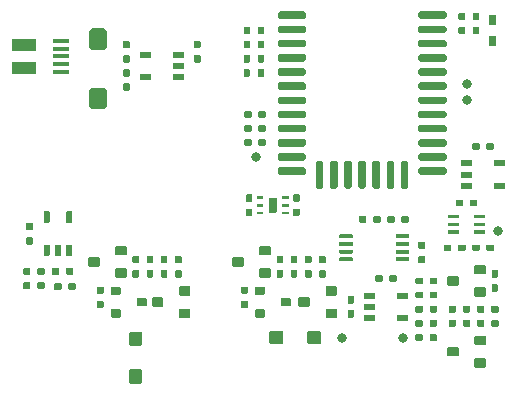
<source format=gtp>
G04 #@! TF.GenerationSoftware,KiCad,Pcbnew,(5.1.8)-1*
G04 #@! TF.CreationDate,2021-10-09T07:53:52+02:00*
G04 #@! TF.ProjectId,EMS_stimulator,454d535f-7374-4696-9d75-6c61746f722e,rev?*
G04 #@! TF.SameCoordinates,PX57bcf00PY4755b80*
G04 #@! TF.FileFunction,Paste,Top*
G04 #@! TF.FilePolarity,Positive*
%FSLAX46Y46*%
G04 Gerber Fmt 4.6, Leading zero omitted, Abs format (unit mm)*
G04 Created by KiCad (PCBNEW (5.1.8)-1) date 2021-10-09 07:53:52*
%MOMM*%
%LPD*%
G01*
G04 APERTURE LIST*
%ADD10R,2.000000X1.140000*%
%ADD11R,1.400000X0.320000*%
%ADD12C,0.800000*%
G04 APERTURE END LIST*
G36*
G01*
X38204000Y-2080000D02*
X38596000Y-2080000D01*
G75*
G02*
X38680000Y-2164000I0J-84000D01*
G01*
X38680000Y-2636000D01*
G75*
G02*
X38596000Y-2720000I-84000J0D01*
G01*
X38204000Y-2720000D01*
G75*
G02*
X38120000Y-2636000I0J84000D01*
G01*
X38120000Y-2164000D01*
G75*
G02*
X38204000Y-2080000I84000J0D01*
G01*
G37*
G36*
G01*
X38204000Y-880000D02*
X38596000Y-880000D01*
G75*
G02*
X38680000Y-964000I0J-84000D01*
G01*
X38680000Y-1436000D01*
G75*
G02*
X38596000Y-1520000I-84000J0D01*
G01*
X38204000Y-1520000D01*
G75*
G02*
X38120000Y-1436000I0J84000D01*
G01*
X38120000Y-964000D01*
G75*
G02*
X38204000Y-880000I84000J0D01*
G01*
G37*
G36*
G01*
X9804000Y-4480000D02*
X10196000Y-4480000D01*
G75*
G02*
X10280000Y-4564000I0J-84000D01*
G01*
X10280000Y-5036000D01*
G75*
G02*
X10196000Y-5120000I-84000J0D01*
G01*
X9804000Y-5120000D01*
G75*
G02*
X9720000Y-5036000I0J84000D01*
G01*
X9720000Y-4564000D01*
G75*
G02*
X9804000Y-4480000I84000J0D01*
G01*
G37*
G36*
G01*
X9804000Y-3280000D02*
X10196000Y-3280000D01*
G75*
G02*
X10280000Y-3364000I0J-84000D01*
G01*
X10280000Y-3836000D01*
G75*
G02*
X10196000Y-3920000I-84000J0D01*
G01*
X9804000Y-3920000D01*
G75*
G02*
X9720000Y-3836000I0J84000D01*
G01*
X9720000Y-3364000D01*
G75*
G02*
X9804000Y-3280000I84000J0D01*
G01*
G37*
G36*
G01*
X15804000Y-3280000D02*
X16196000Y-3280000D01*
G75*
G02*
X16280000Y-3364000I0J-84000D01*
G01*
X16280000Y-3836000D01*
G75*
G02*
X16196000Y-3920000I-84000J0D01*
G01*
X15804000Y-3920000D01*
G75*
G02*
X15720000Y-3836000I0J84000D01*
G01*
X15720000Y-3364000D01*
G75*
G02*
X15804000Y-3280000I84000J0D01*
G01*
G37*
G36*
G01*
X15804000Y-4480000D02*
X16196000Y-4480000D01*
G75*
G02*
X16280000Y-4564000I0J-84000D01*
G01*
X16280000Y-5036000D01*
G75*
G02*
X16196000Y-5120000I-84000J0D01*
G01*
X15804000Y-5120000D01*
G75*
G02*
X15720000Y-5036000I0J84000D01*
G01*
X15720000Y-4564000D01*
G75*
G02*
X15804000Y-4480000I84000J0D01*
G01*
G37*
G36*
G01*
X20004000Y-5680000D02*
X20396000Y-5680000D01*
G75*
G02*
X20480000Y-5764000I0J-84000D01*
G01*
X20480000Y-6236000D01*
G75*
G02*
X20396000Y-6320000I-84000J0D01*
G01*
X20004000Y-6320000D01*
G75*
G02*
X19920000Y-6236000I0J84000D01*
G01*
X19920000Y-5764000D01*
G75*
G02*
X20004000Y-5680000I84000J0D01*
G01*
G37*
G36*
G01*
X20004000Y-4480000D02*
X20396000Y-4480000D01*
G75*
G02*
X20480000Y-4564000I0J-84000D01*
G01*
X20480000Y-5036000D01*
G75*
G02*
X20396000Y-5120000I-84000J0D01*
G01*
X20004000Y-5120000D01*
G75*
G02*
X19920000Y-5036000I0J84000D01*
G01*
X19920000Y-4564000D01*
G75*
G02*
X20004000Y-4480000I84000J0D01*
G01*
G37*
G36*
G01*
X20596000Y-18120000D02*
X20204000Y-18120000D01*
G75*
G02*
X20120000Y-18036000I0J84000D01*
G01*
X20120000Y-17564000D01*
G75*
G02*
X20204000Y-17480000I84000J0D01*
G01*
X20596000Y-17480000D01*
G75*
G02*
X20680000Y-17564000I0J-84000D01*
G01*
X20680000Y-18036000D01*
G75*
G02*
X20596000Y-18120000I-84000J0D01*
G01*
G37*
G36*
G01*
X20596000Y-16920000D02*
X20204000Y-16920000D01*
G75*
G02*
X20120000Y-16836000I0J84000D01*
G01*
X20120000Y-16364000D01*
G75*
G02*
X20204000Y-16280000I84000J0D01*
G01*
X20596000Y-16280000D01*
G75*
G02*
X20680000Y-16364000I0J-84000D01*
G01*
X20680000Y-16836000D01*
G75*
G02*
X20596000Y-16920000I-84000J0D01*
G01*
G37*
G36*
G01*
X24596000Y-16920000D02*
X24204000Y-16920000D01*
G75*
G02*
X24120000Y-16836000I0J84000D01*
G01*
X24120000Y-16364000D01*
G75*
G02*
X24204000Y-16280000I84000J0D01*
G01*
X24596000Y-16280000D01*
G75*
G02*
X24680000Y-16364000I0J-84000D01*
G01*
X24680000Y-16836000D01*
G75*
G02*
X24596000Y-16920000I-84000J0D01*
G01*
G37*
G36*
G01*
X24596000Y-18120000D02*
X24204000Y-18120000D01*
G75*
G02*
X24120000Y-18036000I0J84000D01*
G01*
X24120000Y-17564000D01*
G75*
G02*
X24204000Y-17480000I84000J0D01*
G01*
X24596000Y-17480000D01*
G75*
G02*
X24680000Y-17564000I0J-84000D01*
G01*
X24680000Y-18036000D01*
G75*
G02*
X24596000Y-18120000I-84000J0D01*
G01*
G37*
G36*
G01*
X37520000Y-20604000D02*
X37520000Y-20996000D01*
G75*
G02*
X37436000Y-21080000I-84000J0D01*
G01*
X36964000Y-21080000D01*
G75*
G02*
X36880000Y-20996000I0J84000D01*
G01*
X36880000Y-20604000D01*
G75*
G02*
X36964000Y-20520000I84000J0D01*
G01*
X37436000Y-20520000D01*
G75*
G02*
X37520000Y-20604000I0J-84000D01*
G01*
G37*
G36*
G01*
X38720000Y-20604000D02*
X38720000Y-20996000D01*
G75*
G02*
X38636000Y-21080000I-84000J0D01*
G01*
X38164000Y-21080000D01*
G75*
G02*
X38080000Y-20996000I0J84000D01*
G01*
X38080000Y-20604000D01*
G75*
G02*
X38164000Y-20520000I84000J0D01*
G01*
X38636000Y-20520000D01*
G75*
G02*
X38720000Y-20604000I0J-84000D01*
G01*
G37*
G36*
G01*
X32920000Y-23204000D02*
X32920000Y-23596000D01*
G75*
G02*
X32836000Y-23680000I-84000J0D01*
G01*
X32364000Y-23680000D01*
G75*
G02*
X32280000Y-23596000I0J84000D01*
G01*
X32280000Y-23204000D01*
G75*
G02*
X32364000Y-23120000I84000J0D01*
G01*
X32836000Y-23120000D01*
G75*
G02*
X32920000Y-23204000I0J-84000D01*
G01*
G37*
G36*
G01*
X31720000Y-23204000D02*
X31720000Y-23596000D01*
G75*
G02*
X31636000Y-23680000I-84000J0D01*
G01*
X31164000Y-23680000D01*
G75*
G02*
X31080000Y-23596000I0J84000D01*
G01*
X31080000Y-23204000D01*
G75*
G02*
X31164000Y-23120000I84000J0D01*
G01*
X31636000Y-23120000D01*
G75*
G02*
X31720000Y-23204000I0J-84000D01*
G01*
G37*
G36*
G01*
X38520000Y-16804000D02*
X38520000Y-17196000D01*
G75*
G02*
X38436000Y-17280000I-84000J0D01*
G01*
X37964000Y-17280000D01*
G75*
G02*
X37880000Y-17196000I0J84000D01*
G01*
X37880000Y-16804000D01*
G75*
G02*
X37964000Y-16720000I84000J0D01*
G01*
X38436000Y-16720000D01*
G75*
G02*
X38520000Y-16804000I0J-84000D01*
G01*
G37*
G36*
G01*
X39720000Y-16804000D02*
X39720000Y-17196000D01*
G75*
G02*
X39636000Y-17280000I-84000J0D01*
G01*
X39164000Y-17280000D01*
G75*
G02*
X39080000Y-17196000I0J84000D01*
G01*
X39080000Y-16804000D01*
G75*
G02*
X39164000Y-16720000I84000J0D01*
G01*
X39636000Y-16720000D01*
G75*
G02*
X39720000Y-16804000I0J-84000D01*
G01*
G37*
G36*
G01*
X41120000Y-12004000D02*
X41120000Y-12396000D01*
G75*
G02*
X41036000Y-12480000I-84000J0D01*
G01*
X40564000Y-12480000D01*
G75*
G02*
X40480000Y-12396000I0J84000D01*
G01*
X40480000Y-12004000D01*
G75*
G02*
X40564000Y-11920000I84000J0D01*
G01*
X41036000Y-11920000D01*
G75*
G02*
X41120000Y-12004000I0J-84000D01*
G01*
G37*
G36*
G01*
X39920000Y-12004000D02*
X39920000Y-12396000D01*
G75*
G02*
X39836000Y-12480000I-84000J0D01*
G01*
X39364000Y-12480000D01*
G75*
G02*
X39280000Y-12396000I0J84000D01*
G01*
X39280000Y-12004000D01*
G75*
G02*
X39364000Y-11920000I84000J0D01*
G01*
X39836000Y-11920000D01*
G75*
G02*
X39920000Y-12004000I0J-84000D01*
G01*
G37*
G36*
G01*
X1604000Y-18680000D02*
X1996000Y-18680000D01*
G75*
G02*
X2080000Y-18764000I0J-84000D01*
G01*
X2080000Y-19236000D01*
G75*
G02*
X1996000Y-19320000I-84000J0D01*
G01*
X1604000Y-19320000D01*
G75*
G02*
X1520000Y-19236000I0J84000D01*
G01*
X1520000Y-18764000D01*
G75*
G02*
X1604000Y-18680000I84000J0D01*
G01*
G37*
G36*
G01*
X1604000Y-19880000D02*
X1996000Y-19880000D01*
G75*
G02*
X2080000Y-19964000I0J-84000D01*
G01*
X2080000Y-20436000D01*
G75*
G02*
X1996000Y-20520000I-84000J0D01*
G01*
X1604000Y-20520000D01*
G75*
G02*
X1520000Y-20436000I0J84000D01*
G01*
X1520000Y-19964000D01*
G75*
G02*
X1604000Y-19880000I84000J0D01*
G01*
G37*
G36*
G01*
X37280000Y-27396000D02*
X37280000Y-27004000D01*
G75*
G02*
X37364000Y-26920000I84000J0D01*
G01*
X37836000Y-26920000D01*
G75*
G02*
X37920000Y-27004000I0J-84000D01*
G01*
X37920000Y-27396000D01*
G75*
G02*
X37836000Y-27480000I-84000J0D01*
G01*
X37364000Y-27480000D01*
G75*
G02*
X37280000Y-27396000I0J84000D01*
G01*
G37*
G36*
G01*
X38480000Y-27396000D02*
X38480000Y-27004000D01*
G75*
G02*
X38564000Y-26920000I84000J0D01*
G01*
X39036000Y-26920000D01*
G75*
G02*
X39120000Y-27004000I0J-84000D01*
G01*
X39120000Y-27396000D01*
G75*
G02*
X39036000Y-27480000I-84000J0D01*
G01*
X38564000Y-27480000D01*
G75*
G02*
X38480000Y-27396000I0J84000D01*
G01*
G37*
G36*
G01*
X35196000Y-22120000D02*
X34804000Y-22120000D01*
G75*
G02*
X34720000Y-22036000I0J84000D01*
G01*
X34720000Y-21564000D01*
G75*
G02*
X34804000Y-21480000I84000J0D01*
G01*
X35196000Y-21480000D01*
G75*
G02*
X35280000Y-21564000I0J-84000D01*
G01*
X35280000Y-22036000D01*
G75*
G02*
X35196000Y-22120000I-84000J0D01*
G01*
G37*
G36*
G01*
X35196000Y-20920000D02*
X34804000Y-20920000D01*
G75*
G02*
X34720000Y-20836000I0J84000D01*
G01*
X34720000Y-20364000D01*
G75*
G02*
X34804000Y-20280000I84000J0D01*
G01*
X35196000Y-20280000D01*
G75*
G02*
X35280000Y-20364000I0J-84000D01*
G01*
X35280000Y-20836000D01*
G75*
G02*
X35196000Y-20920000I-84000J0D01*
G01*
G37*
G36*
G01*
X8104000Y-9070000D02*
X7096000Y-9070000D01*
G75*
G02*
X6880000Y-8854000I0J216000D01*
G01*
X6880000Y-7446000D01*
G75*
G02*
X7096000Y-7230000I216000J0D01*
G01*
X8104000Y-7230000D01*
G75*
G02*
X8320000Y-7446000I0J-216000D01*
G01*
X8320000Y-8854000D01*
G75*
G02*
X8104000Y-9070000I-216000J0D01*
G01*
G37*
G36*
G01*
X8104000Y-4070000D02*
X7096000Y-4070000D01*
G75*
G02*
X6880000Y-3854000I0J216000D01*
G01*
X6880000Y-2446000D01*
G75*
G02*
X7096000Y-2230000I216000J0D01*
G01*
X8104000Y-2230000D01*
G75*
G02*
X8320000Y-2446000I0J-216000D01*
G01*
X8320000Y-3854000D01*
G75*
G02*
X8104000Y-4070000I-216000J0D01*
G01*
G37*
G36*
G01*
X10352000Y-27900000D02*
X11248000Y-27900000D01*
G75*
G02*
X11360000Y-28012000I0J-112000D01*
G01*
X11360000Y-28988000D01*
G75*
G02*
X11248000Y-29100000I-112000J0D01*
G01*
X10352000Y-29100000D01*
G75*
G02*
X10240000Y-28988000I0J112000D01*
G01*
X10240000Y-28012000D01*
G75*
G02*
X10352000Y-27900000I112000J0D01*
G01*
G37*
G36*
G01*
X10352000Y-31100000D02*
X11248000Y-31100000D01*
G75*
G02*
X11360000Y-31212000I0J-112000D01*
G01*
X11360000Y-32188000D01*
G75*
G02*
X11248000Y-32300000I-112000J0D01*
G01*
X10352000Y-32300000D01*
G75*
G02*
X10240000Y-32188000I0J112000D01*
G01*
X10240000Y-31212000D01*
G75*
G02*
X10352000Y-31100000I112000J0D01*
G01*
G37*
G36*
G01*
X25300000Y-28848000D02*
X25300000Y-27952000D01*
G75*
G02*
X25412000Y-27840000I112000J0D01*
G01*
X26388000Y-27840000D01*
G75*
G02*
X26500000Y-27952000I0J-112000D01*
G01*
X26500000Y-28848000D01*
G75*
G02*
X26388000Y-28960000I-112000J0D01*
G01*
X25412000Y-28960000D01*
G75*
G02*
X25300000Y-28848000I0J112000D01*
G01*
G37*
G36*
G01*
X22100000Y-28848000D02*
X22100000Y-27952000D01*
G75*
G02*
X22212000Y-27840000I112000J0D01*
G01*
X23188000Y-27840000D01*
G75*
G02*
X23300000Y-27952000I0J-112000D01*
G01*
X23300000Y-28848000D01*
G75*
G02*
X23188000Y-28960000I-112000J0D01*
G01*
X22212000Y-28960000D01*
G75*
G02*
X22100000Y-28848000I0J112000D01*
G01*
G37*
G36*
G01*
X14828000Y-6610000D02*
X13972000Y-6610000D01*
G75*
G02*
X13920000Y-6558000I0J52000D01*
G01*
X13920000Y-6142000D01*
G75*
G02*
X13972000Y-6090000I52000J0D01*
G01*
X14828000Y-6090000D01*
G75*
G02*
X14880000Y-6142000I0J-52000D01*
G01*
X14880000Y-6558000D01*
G75*
G02*
X14828000Y-6610000I-52000J0D01*
G01*
G37*
G36*
G01*
X14828000Y-5660000D02*
X13972000Y-5660000D01*
G75*
G02*
X13920000Y-5608000I0J52000D01*
G01*
X13920000Y-5192000D01*
G75*
G02*
X13972000Y-5140000I52000J0D01*
G01*
X14828000Y-5140000D01*
G75*
G02*
X14880000Y-5192000I0J-52000D01*
G01*
X14880000Y-5608000D01*
G75*
G02*
X14828000Y-5660000I-52000J0D01*
G01*
G37*
G36*
G01*
X14828000Y-4710000D02*
X13972000Y-4710000D01*
G75*
G02*
X13920000Y-4658000I0J52000D01*
G01*
X13920000Y-4242000D01*
G75*
G02*
X13972000Y-4190000I52000J0D01*
G01*
X14828000Y-4190000D01*
G75*
G02*
X14880000Y-4242000I0J-52000D01*
G01*
X14880000Y-4658000D01*
G75*
G02*
X14828000Y-4710000I-52000J0D01*
G01*
G37*
G36*
G01*
X12028000Y-6610000D02*
X11172000Y-6610000D01*
G75*
G02*
X11120000Y-6558000I0J52000D01*
G01*
X11120000Y-6142000D01*
G75*
G02*
X11172000Y-6090000I52000J0D01*
G01*
X12028000Y-6090000D01*
G75*
G02*
X12080000Y-6142000I0J-52000D01*
G01*
X12080000Y-6558000D01*
G75*
G02*
X12028000Y-6610000I-52000J0D01*
G01*
G37*
G36*
G01*
X12028000Y-4710000D02*
X11172000Y-4710000D01*
G75*
G02*
X11120000Y-4658000I0J52000D01*
G01*
X11120000Y-4242000D01*
G75*
G02*
X11172000Y-4190000I52000J0D01*
G01*
X12028000Y-4190000D01*
G75*
G02*
X12080000Y-4242000I0J-52000D01*
G01*
X12080000Y-4658000D01*
G75*
G02*
X12028000Y-4710000I-52000J0D01*
G01*
G37*
G36*
G01*
X23735000Y-17754000D02*
X23735000Y-17946000D01*
G75*
G02*
X23711000Y-17970000I-24000J0D01*
G01*
X23239000Y-17970000D01*
G75*
G02*
X23215000Y-17946000I0J24000D01*
G01*
X23215000Y-17754000D01*
G75*
G02*
X23239000Y-17730000I24000J0D01*
G01*
X23711000Y-17730000D01*
G75*
G02*
X23735000Y-17754000I0J-24000D01*
G01*
G37*
G36*
G01*
X23735000Y-17104000D02*
X23735000Y-17296000D01*
G75*
G02*
X23711000Y-17320000I-24000J0D01*
G01*
X23239000Y-17320000D01*
G75*
G02*
X23215000Y-17296000I0J24000D01*
G01*
X23215000Y-17104000D01*
G75*
G02*
X23239000Y-17080000I24000J0D01*
G01*
X23711000Y-17080000D01*
G75*
G02*
X23735000Y-17104000I0J-24000D01*
G01*
G37*
G36*
G01*
X23735000Y-16454000D02*
X23735000Y-16646000D01*
G75*
G02*
X23711000Y-16670000I-24000J0D01*
G01*
X23239000Y-16670000D01*
G75*
G02*
X23215000Y-16646000I0J24000D01*
G01*
X23215000Y-16454000D01*
G75*
G02*
X23239000Y-16430000I24000J0D01*
G01*
X23711000Y-16430000D01*
G75*
G02*
X23735000Y-16454000I0J-24000D01*
G01*
G37*
G36*
G01*
X21585000Y-16454000D02*
X21585000Y-16646000D01*
G75*
G02*
X21561000Y-16670000I-24000J0D01*
G01*
X21089000Y-16670000D01*
G75*
G02*
X21065000Y-16646000I0J24000D01*
G01*
X21065000Y-16454000D01*
G75*
G02*
X21089000Y-16430000I24000J0D01*
G01*
X21561000Y-16430000D01*
G75*
G02*
X21585000Y-16454000I0J-24000D01*
G01*
G37*
G36*
G01*
X21585000Y-17104000D02*
X21585000Y-17296000D01*
G75*
G02*
X21561000Y-17320000I-24000J0D01*
G01*
X21089000Y-17320000D01*
G75*
G02*
X21065000Y-17296000I0J24000D01*
G01*
X21065000Y-17104000D01*
G75*
G02*
X21089000Y-17080000I24000J0D01*
G01*
X21561000Y-17080000D01*
G75*
G02*
X21585000Y-17104000I0J-24000D01*
G01*
G37*
G36*
G01*
X21585000Y-17754000D02*
X21585000Y-17946000D01*
G75*
G02*
X21561000Y-17970000I-24000J0D01*
G01*
X21089000Y-17970000D01*
G75*
G02*
X21065000Y-17946000I0J24000D01*
G01*
X21065000Y-17754000D01*
G75*
G02*
X21089000Y-17730000I24000J0D01*
G01*
X21561000Y-17730000D01*
G75*
G02*
X21585000Y-17754000I0J-24000D01*
G01*
G37*
G36*
G01*
X22720000Y-16624000D02*
X22720000Y-17776000D01*
G75*
G02*
X22656000Y-17840000I-64000J0D01*
G01*
X22144000Y-17840000D01*
G75*
G02*
X22080000Y-17776000I0J64000D01*
G01*
X22080000Y-16624000D01*
G75*
G02*
X22144000Y-16560000I64000J0D01*
G01*
X22656000Y-16560000D01*
G75*
G02*
X22720000Y-16624000I0J-64000D01*
G01*
G37*
G36*
G01*
X33928000Y-21935000D02*
X32872000Y-21935000D01*
G75*
G02*
X32840000Y-21903000I0J32000D01*
G01*
X32840000Y-21647000D01*
G75*
G02*
X32872000Y-21615000I32000J0D01*
G01*
X33928000Y-21615000D01*
G75*
G02*
X33960000Y-21647000I0J-32000D01*
G01*
X33960000Y-21903000D01*
G75*
G02*
X33928000Y-21935000I-32000J0D01*
G01*
G37*
G36*
G01*
X33928000Y-21285000D02*
X32872000Y-21285000D01*
G75*
G02*
X32840000Y-21253000I0J32000D01*
G01*
X32840000Y-20997000D01*
G75*
G02*
X32872000Y-20965000I32000J0D01*
G01*
X33928000Y-20965000D01*
G75*
G02*
X33960000Y-20997000I0J-32000D01*
G01*
X33960000Y-21253000D01*
G75*
G02*
X33928000Y-21285000I-32000J0D01*
G01*
G37*
G36*
G01*
X33928000Y-20635000D02*
X32872000Y-20635000D01*
G75*
G02*
X32840000Y-20603000I0J32000D01*
G01*
X32840000Y-20347000D01*
G75*
G02*
X32872000Y-20315000I32000J0D01*
G01*
X33928000Y-20315000D01*
G75*
G02*
X33960000Y-20347000I0J-32000D01*
G01*
X33960000Y-20603000D01*
G75*
G02*
X33928000Y-20635000I-32000J0D01*
G01*
G37*
G36*
G01*
X33928000Y-19985000D02*
X32872000Y-19985000D01*
G75*
G02*
X32840000Y-19953000I0J32000D01*
G01*
X32840000Y-19697000D01*
G75*
G02*
X32872000Y-19665000I32000J0D01*
G01*
X33928000Y-19665000D01*
G75*
G02*
X33960000Y-19697000I0J-32000D01*
G01*
X33960000Y-19953000D01*
G75*
G02*
X33928000Y-19985000I-32000J0D01*
G01*
G37*
G36*
G01*
X29128000Y-19985000D02*
X28072000Y-19985000D01*
G75*
G02*
X28040000Y-19953000I0J32000D01*
G01*
X28040000Y-19697000D01*
G75*
G02*
X28072000Y-19665000I32000J0D01*
G01*
X29128000Y-19665000D01*
G75*
G02*
X29160000Y-19697000I0J-32000D01*
G01*
X29160000Y-19953000D01*
G75*
G02*
X29128000Y-19985000I-32000J0D01*
G01*
G37*
G36*
G01*
X29128000Y-20635000D02*
X28072000Y-20635000D01*
G75*
G02*
X28040000Y-20603000I0J32000D01*
G01*
X28040000Y-20347000D01*
G75*
G02*
X28072000Y-20315000I32000J0D01*
G01*
X29128000Y-20315000D01*
G75*
G02*
X29160000Y-20347000I0J-32000D01*
G01*
X29160000Y-20603000D01*
G75*
G02*
X29128000Y-20635000I-32000J0D01*
G01*
G37*
G36*
G01*
X29128000Y-21285000D02*
X28072000Y-21285000D01*
G75*
G02*
X28040000Y-21253000I0J32000D01*
G01*
X28040000Y-20997000D01*
G75*
G02*
X28072000Y-20965000I32000J0D01*
G01*
X29128000Y-20965000D01*
G75*
G02*
X29160000Y-20997000I0J-32000D01*
G01*
X29160000Y-21253000D01*
G75*
G02*
X29128000Y-21285000I-32000J0D01*
G01*
G37*
G36*
G01*
X29128000Y-21935000D02*
X28072000Y-21935000D01*
G75*
G02*
X28040000Y-21903000I0J32000D01*
G01*
X28040000Y-21647000D01*
G75*
G02*
X28072000Y-21615000I32000J0D01*
G01*
X29128000Y-21615000D01*
G75*
G02*
X29160000Y-21647000I0J-32000D01*
G01*
X29160000Y-21903000D01*
G75*
G02*
X29128000Y-21935000I-32000J0D01*
G01*
G37*
G36*
G01*
X32972000Y-26490000D02*
X33828000Y-26490000D01*
G75*
G02*
X33880000Y-26542000I0J-52000D01*
G01*
X33880000Y-26958000D01*
G75*
G02*
X33828000Y-27010000I-52000J0D01*
G01*
X32972000Y-27010000D01*
G75*
G02*
X32920000Y-26958000I0J52000D01*
G01*
X32920000Y-26542000D01*
G75*
G02*
X32972000Y-26490000I52000J0D01*
G01*
G37*
G36*
G01*
X32972000Y-24590000D02*
X33828000Y-24590000D01*
G75*
G02*
X33880000Y-24642000I0J-52000D01*
G01*
X33880000Y-25058000D01*
G75*
G02*
X33828000Y-25110000I-52000J0D01*
G01*
X32972000Y-25110000D01*
G75*
G02*
X32920000Y-25058000I0J52000D01*
G01*
X32920000Y-24642000D01*
G75*
G02*
X32972000Y-24590000I52000J0D01*
G01*
G37*
G36*
G01*
X30172000Y-26490000D02*
X31028000Y-26490000D01*
G75*
G02*
X31080000Y-26542000I0J-52000D01*
G01*
X31080000Y-26958000D01*
G75*
G02*
X31028000Y-27010000I-52000J0D01*
G01*
X30172000Y-27010000D01*
G75*
G02*
X30120000Y-26958000I0J52000D01*
G01*
X30120000Y-26542000D01*
G75*
G02*
X30172000Y-26490000I52000J0D01*
G01*
G37*
G36*
G01*
X30172000Y-25540000D02*
X31028000Y-25540000D01*
G75*
G02*
X31080000Y-25592000I0J-52000D01*
G01*
X31080000Y-26008000D01*
G75*
G02*
X31028000Y-26060000I-52000J0D01*
G01*
X30172000Y-26060000D01*
G75*
G02*
X30120000Y-26008000I0J52000D01*
G01*
X30120000Y-25592000D01*
G75*
G02*
X30172000Y-25540000I52000J0D01*
G01*
G37*
G36*
G01*
X30172000Y-24590000D02*
X31028000Y-24590000D01*
G75*
G02*
X31080000Y-24642000I0J-52000D01*
G01*
X31080000Y-25058000D01*
G75*
G02*
X31028000Y-25110000I-52000J0D01*
G01*
X30172000Y-25110000D01*
G75*
G02*
X30120000Y-25058000I0J52000D01*
G01*
X30120000Y-24642000D01*
G75*
G02*
X30172000Y-24590000I52000J0D01*
G01*
G37*
G36*
G01*
X38372000Y-13390000D02*
X39228000Y-13390000D01*
G75*
G02*
X39280000Y-13442000I0J-52000D01*
G01*
X39280000Y-13858000D01*
G75*
G02*
X39228000Y-13910000I-52000J0D01*
G01*
X38372000Y-13910000D01*
G75*
G02*
X38320000Y-13858000I0J52000D01*
G01*
X38320000Y-13442000D01*
G75*
G02*
X38372000Y-13390000I52000J0D01*
G01*
G37*
G36*
G01*
X38372000Y-14340000D02*
X39228000Y-14340000D01*
G75*
G02*
X39280000Y-14392000I0J-52000D01*
G01*
X39280000Y-14808000D01*
G75*
G02*
X39228000Y-14860000I-52000J0D01*
G01*
X38372000Y-14860000D01*
G75*
G02*
X38320000Y-14808000I0J52000D01*
G01*
X38320000Y-14392000D01*
G75*
G02*
X38372000Y-14340000I52000J0D01*
G01*
G37*
G36*
G01*
X38372000Y-15290000D02*
X39228000Y-15290000D01*
G75*
G02*
X39280000Y-15342000I0J-52000D01*
G01*
X39280000Y-15758000D01*
G75*
G02*
X39228000Y-15810000I-52000J0D01*
G01*
X38372000Y-15810000D01*
G75*
G02*
X38320000Y-15758000I0J52000D01*
G01*
X38320000Y-15342000D01*
G75*
G02*
X38372000Y-15290000I52000J0D01*
G01*
G37*
G36*
G01*
X41172000Y-13390000D02*
X42028000Y-13390000D01*
G75*
G02*
X42080000Y-13442000I0J-52000D01*
G01*
X42080000Y-13858000D01*
G75*
G02*
X42028000Y-13910000I-52000J0D01*
G01*
X41172000Y-13910000D01*
G75*
G02*
X41120000Y-13858000I0J52000D01*
G01*
X41120000Y-13442000D01*
G75*
G02*
X41172000Y-13390000I52000J0D01*
G01*
G37*
G36*
G01*
X41172000Y-15290000D02*
X42028000Y-15290000D01*
G75*
G02*
X42080000Y-15342000I0J-52000D01*
G01*
X42080000Y-15758000D01*
G75*
G02*
X42028000Y-15810000I-52000J0D01*
G01*
X41172000Y-15810000D01*
G75*
G02*
X41120000Y-15758000I0J52000D01*
G01*
X41120000Y-15342000D01*
G75*
G02*
X41172000Y-15290000I52000J0D01*
G01*
G37*
G36*
G01*
X37228000Y-18010000D02*
X38172000Y-18010000D01*
G75*
G02*
X38200000Y-18038000I0J-28000D01*
G01*
X38200000Y-18262000D01*
G75*
G02*
X38172000Y-18290000I-28000J0D01*
G01*
X37228000Y-18290000D01*
G75*
G02*
X37200000Y-18262000I0J28000D01*
G01*
X37200000Y-18038000D01*
G75*
G02*
X37228000Y-18010000I28000J0D01*
G01*
G37*
G36*
G01*
X37228000Y-18660000D02*
X38172000Y-18660000D01*
G75*
G02*
X38200000Y-18688000I0J-28000D01*
G01*
X38200000Y-18912000D01*
G75*
G02*
X38172000Y-18940000I-28000J0D01*
G01*
X37228000Y-18940000D01*
G75*
G02*
X37200000Y-18912000I0J28000D01*
G01*
X37200000Y-18688000D01*
G75*
G02*
X37228000Y-18660000I28000J0D01*
G01*
G37*
G36*
G01*
X37228000Y-19310000D02*
X38172000Y-19310000D01*
G75*
G02*
X38200000Y-19338000I0J-28000D01*
G01*
X38200000Y-19562000D01*
G75*
G02*
X38172000Y-19590000I-28000J0D01*
G01*
X37228000Y-19590000D01*
G75*
G02*
X37200000Y-19562000I0J28000D01*
G01*
X37200000Y-19338000D01*
G75*
G02*
X37228000Y-19310000I28000J0D01*
G01*
G37*
G36*
G01*
X39428000Y-18010000D02*
X40372000Y-18010000D01*
G75*
G02*
X40400000Y-18038000I0J-28000D01*
G01*
X40400000Y-18262000D01*
G75*
G02*
X40372000Y-18290000I-28000J0D01*
G01*
X39428000Y-18290000D01*
G75*
G02*
X39400000Y-18262000I0J28000D01*
G01*
X39400000Y-18038000D01*
G75*
G02*
X39428000Y-18010000I28000J0D01*
G01*
G37*
G36*
G01*
X39428000Y-19310000D02*
X40372000Y-19310000D01*
G75*
G02*
X40400000Y-19338000I0J-28000D01*
G01*
X40400000Y-19562000D01*
G75*
G02*
X40372000Y-19590000I-28000J0D01*
G01*
X39428000Y-19590000D01*
G75*
G02*
X39400000Y-19562000I0J28000D01*
G01*
X39400000Y-19338000D01*
G75*
G02*
X39428000Y-19310000I28000J0D01*
G01*
G37*
G36*
G01*
X39428000Y-18660000D02*
X40372000Y-18660000D01*
G75*
G02*
X40400000Y-18688000I0J-28000D01*
G01*
X40400000Y-18912000D01*
G75*
G02*
X40372000Y-18940000I-28000J0D01*
G01*
X39428000Y-18940000D01*
G75*
G02*
X39400000Y-18912000I0J28000D01*
G01*
X39400000Y-18688000D01*
G75*
G02*
X39428000Y-18660000I28000J0D01*
G01*
G37*
G36*
G01*
X2990000Y-21428000D02*
X2990000Y-20572000D01*
G75*
G02*
X3042000Y-20520000I52000J0D01*
G01*
X3458000Y-20520000D01*
G75*
G02*
X3510000Y-20572000I0J-52000D01*
G01*
X3510000Y-21428000D01*
G75*
G02*
X3458000Y-21480000I-52000J0D01*
G01*
X3042000Y-21480000D01*
G75*
G02*
X2990000Y-21428000I0J52000D01*
G01*
G37*
G36*
G01*
X3940000Y-21428000D02*
X3940000Y-20572000D01*
G75*
G02*
X3992000Y-20520000I52000J0D01*
G01*
X4408000Y-20520000D01*
G75*
G02*
X4460000Y-20572000I0J-52000D01*
G01*
X4460000Y-21428000D01*
G75*
G02*
X4408000Y-21480000I-52000J0D01*
G01*
X3992000Y-21480000D01*
G75*
G02*
X3940000Y-21428000I0J52000D01*
G01*
G37*
G36*
G01*
X4890000Y-21428000D02*
X4890000Y-20572000D01*
G75*
G02*
X4942000Y-20520000I52000J0D01*
G01*
X5358000Y-20520000D01*
G75*
G02*
X5410000Y-20572000I0J-52000D01*
G01*
X5410000Y-21428000D01*
G75*
G02*
X5358000Y-21480000I-52000J0D01*
G01*
X4942000Y-21480000D01*
G75*
G02*
X4890000Y-21428000I0J52000D01*
G01*
G37*
G36*
G01*
X2990000Y-18628000D02*
X2990000Y-17772000D01*
G75*
G02*
X3042000Y-17720000I52000J0D01*
G01*
X3458000Y-17720000D01*
G75*
G02*
X3510000Y-17772000I0J-52000D01*
G01*
X3510000Y-18628000D01*
G75*
G02*
X3458000Y-18680000I-52000J0D01*
G01*
X3042000Y-18680000D01*
G75*
G02*
X2990000Y-18628000I0J52000D01*
G01*
G37*
G36*
G01*
X4890000Y-18628000D02*
X4890000Y-17772000D01*
G75*
G02*
X4942000Y-17720000I52000J0D01*
G01*
X5358000Y-17720000D01*
G75*
G02*
X5410000Y-17772000I0J-52000D01*
G01*
X5410000Y-18628000D01*
G75*
G02*
X5358000Y-18680000I-52000J0D01*
G01*
X4942000Y-18680000D01*
G75*
G02*
X4890000Y-18628000I0J52000D01*
G01*
G37*
D10*
X1350000Y-5562500D03*
X1350000Y-3637500D03*
D11*
X4425000Y-5900000D03*
X4425000Y-5250000D03*
X4425000Y-4600000D03*
X4425000Y-3950000D03*
X4425000Y-3300000D03*
G36*
G01*
X41256000Y-3740000D02*
X40744000Y-3740000D01*
G75*
G02*
X40680000Y-3676000I0J64000D01*
G01*
X40680000Y-2924000D01*
G75*
G02*
X40744000Y-2860000I64000J0D01*
G01*
X41256000Y-2860000D01*
G75*
G02*
X41320000Y-2924000I0J-64000D01*
G01*
X41320000Y-3676000D01*
G75*
G02*
X41256000Y-3740000I-64000J0D01*
G01*
G37*
G36*
G01*
X41256000Y-1940000D02*
X40744000Y-1940000D01*
G75*
G02*
X40680000Y-1876000I0J64000D01*
G01*
X40680000Y-1124000D01*
G75*
G02*
X40744000Y-1060000I64000J0D01*
G01*
X41256000Y-1060000D01*
G75*
G02*
X41320000Y-1124000I0J-64000D01*
G01*
X41320000Y-1876000D01*
G75*
G02*
X41256000Y-1940000I-64000J0D01*
G01*
G37*
G36*
G01*
X10968000Y-25040000D02*
X11632000Y-25040000D01*
G75*
G02*
X11740000Y-25148000I0J-108000D01*
G01*
X11740000Y-25652000D01*
G75*
G02*
X11632000Y-25760000I-108000J0D01*
G01*
X10968000Y-25760000D01*
G75*
G02*
X10860000Y-25652000I0J108000D01*
G01*
X10860000Y-25148000D01*
G75*
G02*
X10968000Y-25040000I108000J0D01*
G01*
G37*
G36*
G01*
X8768000Y-25990000D02*
X9432000Y-25990000D01*
G75*
G02*
X9540000Y-26098000I0J-108000D01*
G01*
X9540000Y-26602000D01*
G75*
G02*
X9432000Y-26710000I-108000J0D01*
G01*
X8768000Y-26710000D01*
G75*
G02*
X8660000Y-26602000I0J108000D01*
G01*
X8660000Y-26098000D01*
G75*
G02*
X8768000Y-25990000I108000J0D01*
G01*
G37*
G36*
G01*
X8768000Y-24090000D02*
X9432000Y-24090000D01*
G75*
G02*
X9540000Y-24198000I0J-108000D01*
G01*
X9540000Y-24702000D01*
G75*
G02*
X9432000Y-24810000I-108000J0D01*
G01*
X8768000Y-24810000D01*
G75*
G02*
X8660000Y-24702000I0J108000D01*
G01*
X8660000Y-24198000D01*
G75*
G02*
X8768000Y-24090000I108000J0D01*
G01*
G37*
G36*
G01*
X13050000Y-25800000D02*
X12250000Y-25800000D01*
G75*
G02*
X12170000Y-25720000I0J80000D01*
G01*
X12170000Y-25080000D01*
G75*
G02*
X12250000Y-25000000I80000J0D01*
G01*
X13050000Y-25000000D01*
G75*
G02*
X13130000Y-25080000I0J-80000D01*
G01*
X13130000Y-25720000D01*
G75*
G02*
X13050000Y-25800000I-80000J0D01*
G01*
G37*
G36*
G01*
X15350000Y-24850000D02*
X14550000Y-24850000D01*
G75*
G02*
X14470000Y-24770000I0J80000D01*
G01*
X14470000Y-24130000D01*
G75*
G02*
X14550000Y-24050000I80000J0D01*
G01*
X15350000Y-24050000D01*
G75*
G02*
X15430000Y-24130000I0J-80000D01*
G01*
X15430000Y-24770000D01*
G75*
G02*
X15350000Y-24850000I-80000J0D01*
G01*
G37*
G36*
G01*
X15350000Y-26750000D02*
X14550000Y-26750000D01*
G75*
G02*
X14470000Y-26670000I0J80000D01*
G01*
X14470000Y-26030000D01*
G75*
G02*
X14550000Y-25950000I80000J0D01*
G01*
X15350000Y-25950000D01*
G75*
G02*
X15430000Y-26030000I0J-80000D01*
G01*
X15430000Y-26670000D01*
G75*
G02*
X15350000Y-26750000I-80000J0D01*
G01*
G37*
G36*
G01*
X9950000Y-23350000D02*
X9150000Y-23350000D01*
G75*
G02*
X9070000Y-23270000I0J80000D01*
G01*
X9070000Y-22630000D01*
G75*
G02*
X9150000Y-22550000I80000J0D01*
G01*
X9950000Y-22550000D01*
G75*
G02*
X10030000Y-22630000I0J-80000D01*
G01*
X10030000Y-23270000D01*
G75*
G02*
X9950000Y-23350000I-80000J0D01*
G01*
G37*
G36*
G01*
X9950000Y-21450000D02*
X9150000Y-21450000D01*
G75*
G02*
X9070000Y-21370000I0J80000D01*
G01*
X9070000Y-20730000D01*
G75*
G02*
X9150000Y-20650000I80000J0D01*
G01*
X9950000Y-20650000D01*
G75*
G02*
X10030000Y-20730000I0J-80000D01*
G01*
X10030000Y-21370000D01*
G75*
G02*
X9950000Y-21450000I-80000J0D01*
G01*
G37*
G36*
G01*
X7650000Y-22400000D02*
X6850000Y-22400000D01*
G75*
G02*
X6770000Y-22320000I0J80000D01*
G01*
X6770000Y-21680000D01*
G75*
G02*
X6850000Y-21600000I80000J0D01*
G01*
X7650000Y-21600000D01*
G75*
G02*
X7730000Y-21680000I0J-80000D01*
G01*
X7730000Y-22320000D01*
G75*
G02*
X7650000Y-22400000I-80000J0D01*
G01*
G37*
G36*
G01*
X20968000Y-24090000D02*
X21632000Y-24090000D01*
G75*
G02*
X21740000Y-24198000I0J-108000D01*
G01*
X21740000Y-24702000D01*
G75*
G02*
X21632000Y-24810000I-108000J0D01*
G01*
X20968000Y-24810000D01*
G75*
G02*
X20860000Y-24702000I0J108000D01*
G01*
X20860000Y-24198000D01*
G75*
G02*
X20968000Y-24090000I108000J0D01*
G01*
G37*
G36*
G01*
X20968000Y-25990000D02*
X21632000Y-25990000D01*
G75*
G02*
X21740000Y-26098000I0J-108000D01*
G01*
X21740000Y-26602000D01*
G75*
G02*
X21632000Y-26710000I-108000J0D01*
G01*
X20968000Y-26710000D01*
G75*
G02*
X20860000Y-26602000I0J108000D01*
G01*
X20860000Y-26098000D01*
G75*
G02*
X20968000Y-25990000I108000J0D01*
G01*
G37*
G36*
G01*
X23168000Y-25040000D02*
X23832000Y-25040000D01*
G75*
G02*
X23940000Y-25148000I0J-108000D01*
G01*
X23940000Y-25652000D01*
G75*
G02*
X23832000Y-25760000I-108000J0D01*
G01*
X23168000Y-25760000D01*
G75*
G02*
X23060000Y-25652000I0J108000D01*
G01*
X23060000Y-25148000D01*
G75*
G02*
X23168000Y-25040000I108000J0D01*
G01*
G37*
G36*
G01*
X38050000Y-30000000D02*
X37250000Y-30000000D01*
G75*
G02*
X37170000Y-29920000I0J80000D01*
G01*
X37170000Y-29280000D01*
G75*
G02*
X37250000Y-29200000I80000J0D01*
G01*
X38050000Y-29200000D01*
G75*
G02*
X38130000Y-29280000I0J-80000D01*
G01*
X38130000Y-29920000D01*
G75*
G02*
X38050000Y-30000000I-80000J0D01*
G01*
G37*
G36*
G01*
X40350000Y-29050000D02*
X39550000Y-29050000D01*
G75*
G02*
X39470000Y-28970000I0J80000D01*
G01*
X39470000Y-28330000D01*
G75*
G02*
X39550000Y-28250000I80000J0D01*
G01*
X40350000Y-28250000D01*
G75*
G02*
X40430000Y-28330000I0J-80000D01*
G01*
X40430000Y-28970000D01*
G75*
G02*
X40350000Y-29050000I-80000J0D01*
G01*
G37*
G36*
G01*
X40350000Y-30950000D02*
X39550000Y-30950000D01*
G75*
G02*
X39470000Y-30870000I0J80000D01*
G01*
X39470000Y-30230000D01*
G75*
G02*
X39550000Y-30150000I80000J0D01*
G01*
X40350000Y-30150000D01*
G75*
G02*
X40430000Y-30230000I0J-80000D01*
G01*
X40430000Y-30870000D01*
G75*
G02*
X40350000Y-30950000I-80000J0D01*
G01*
G37*
G36*
G01*
X22150000Y-23350000D02*
X21350000Y-23350000D01*
G75*
G02*
X21270000Y-23270000I0J80000D01*
G01*
X21270000Y-22630000D01*
G75*
G02*
X21350000Y-22550000I80000J0D01*
G01*
X22150000Y-22550000D01*
G75*
G02*
X22230000Y-22630000I0J-80000D01*
G01*
X22230000Y-23270000D01*
G75*
G02*
X22150000Y-23350000I-80000J0D01*
G01*
G37*
G36*
G01*
X22150000Y-21450000D02*
X21350000Y-21450000D01*
G75*
G02*
X21270000Y-21370000I0J80000D01*
G01*
X21270000Y-20730000D01*
G75*
G02*
X21350000Y-20650000I80000J0D01*
G01*
X22150000Y-20650000D01*
G75*
G02*
X22230000Y-20730000I0J-80000D01*
G01*
X22230000Y-21370000D01*
G75*
G02*
X22150000Y-21450000I-80000J0D01*
G01*
G37*
G36*
G01*
X19850000Y-22400000D02*
X19050000Y-22400000D01*
G75*
G02*
X18970000Y-22320000I0J80000D01*
G01*
X18970000Y-21680000D01*
G75*
G02*
X19050000Y-21600000I80000J0D01*
G01*
X19850000Y-21600000D01*
G75*
G02*
X19930000Y-21680000I0J-80000D01*
G01*
X19930000Y-22320000D01*
G75*
G02*
X19850000Y-22400000I-80000J0D01*
G01*
G37*
G36*
G01*
X27750000Y-26750000D02*
X26950000Y-26750000D01*
G75*
G02*
X26870000Y-26670000I0J80000D01*
G01*
X26870000Y-26030000D01*
G75*
G02*
X26950000Y-25950000I80000J0D01*
G01*
X27750000Y-25950000D01*
G75*
G02*
X27830000Y-26030000I0J-80000D01*
G01*
X27830000Y-26670000D01*
G75*
G02*
X27750000Y-26750000I-80000J0D01*
G01*
G37*
G36*
G01*
X27750000Y-24850000D02*
X26950000Y-24850000D01*
G75*
G02*
X26870000Y-24770000I0J80000D01*
G01*
X26870000Y-24130000D01*
G75*
G02*
X26950000Y-24050000I80000J0D01*
G01*
X27750000Y-24050000D01*
G75*
G02*
X27830000Y-24130000I0J-80000D01*
G01*
X27830000Y-24770000D01*
G75*
G02*
X27750000Y-24850000I-80000J0D01*
G01*
G37*
G36*
G01*
X25450000Y-25800000D02*
X24650000Y-25800000D01*
G75*
G02*
X24570000Y-25720000I0J80000D01*
G01*
X24570000Y-25080000D01*
G75*
G02*
X24650000Y-25000000I80000J0D01*
G01*
X25450000Y-25000000D01*
G75*
G02*
X25530000Y-25080000I0J-80000D01*
G01*
X25530000Y-25720000D01*
G75*
G02*
X25450000Y-25800000I-80000J0D01*
G01*
G37*
G36*
G01*
X40350000Y-24950000D02*
X39550000Y-24950000D01*
G75*
G02*
X39470000Y-24870000I0J80000D01*
G01*
X39470000Y-24230000D01*
G75*
G02*
X39550000Y-24150000I80000J0D01*
G01*
X40350000Y-24150000D01*
G75*
G02*
X40430000Y-24230000I0J-80000D01*
G01*
X40430000Y-24870000D01*
G75*
G02*
X40350000Y-24950000I-80000J0D01*
G01*
G37*
G36*
G01*
X40350000Y-23050000D02*
X39550000Y-23050000D01*
G75*
G02*
X39470000Y-22970000I0J80000D01*
G01*
X39470000Y-22330000D01*
G75*
G02*
X39550000Y-22250000I80000J0D01*
G01*
X40350000Y-22250000D01*
G75*
G02*
X40430000Y-22330000I0J-80000D01*
G01*
X40430000Y-22970000D01*
G75*
G02*
X40350000Y-23050000I-80000J0D01*
G01*
G37*
G36*
G01*
X38050000Y-24000000D02*
X37250000Y-24000000D01*
G75*
G02*
X37170000Y-23920000I0J80000D01*
G01*
X37170000Y-23280000D01*
G75*
G02*
X37250000Y-23200000I80000J0D01*
G01*
X38050000Y-23200000D01*
G75*
G02*
X38130000Y-23280000I0J-80000D01*
G01*
X38130000Y-23920000D01*
G75*
G02*
X38050000Y-24000000I-80000J0D01*
G01*
G37*
G36*
G01*
X20004000Y-2080000D02*
X20396000Y-2080000D01*
G75*
G02*
X20480000Y-2164000I0J-84000D01*
G01*
X20480000Y-2636000D01*
G75*
G02*
X20396000Y-2720000I-84000J0D01*
G01*
X20004000Y-2720000D01*
G75*
G02*
X19920000Y-2636000I0J84000D01*
G01*
X19920000Y-2164000D01*
G75*
G02*
X20004000Y-2080000I84000J0D01*
G01*
G37*
G36*
G01*
X20004000Y-3280000D02*
X20396000Y-3280000D01*
G75*
G02*
X20480000Y-3364000I0J-84000D01*
G01*
X20480000Y-3836000D01*
G75*
G02*
X20396000Y-3920000I-84000J0D01*
G01*
X20004000Y-3920000D01*
G75*
G02*
X19920000Y-3836000I0J84000D01*
G01*
X19920000Y-3364000D01*
G75*
G02*
X20004000Y-3280000I84000J0D01*
G01*
G37*
G36*
G01*
X21204000Y-2080000D02*
X21596000Y-2080000D01*
G75*
G02*
X21680000Y-2164000I0J-84000D01*
G01*
X21680000Y-2636000D01*
G75*
G02*
X21596000Y-2720000I-84000J0D01*
G01*
X21204000Y-2720000D01*
G75*
G02*
X21120000Y-2636000I0J84000D01*
G01*
X21120000Y-2164000D01*
G75*
G02*
X21204000Y-2080000I84000J0D01*
G01*
G37*
G36*
G01*
X21204000Y-3280000D02*
X21596000Y-3280000D01*
G75*
G02*
X21680000Y-3364000I0J-84000D01*
G01*
X21680000Y-3836000D01*
G75*
G02*
X21596000Y-3920000I-84000J0D01*
G01*
X21204000Y-3920000D01*
G75*
G02*
X21120000Y-3836000I0J84000D01*
G01*
X21120000Y-3364000D01*
G75*
G02*
X21204000Y-3280000I84000J0D01*
G01*
G37*
G36*
G01*
X9804000Y-6880000D02*
X10196000Y-6880000D01*
G75*
G02*
X10280000Y-6964000I0J-84000D01*
G01*
X10280000Y-7436000D01*
G75*
G02*
X10196000Y-7520000I-84000J0D01*
G01*
X9804000Y-7520000D01*
G75*
G02*
X9720000Y-7436000I0J84000D01*
G01*
X9720000Y-6964000D01*
G75*
G02*
X9804000Y-6880000I84000J0D01*
G01*
G37*
G36*
G01*
X9804000Y-5680000D02*
X10196000Y-5680000D01*
G75*
G02*
X10280000Y-5764000I0J-84000D01*
G01*
X10280000Y-6236000D01*
G75*
G02*
X10196000Y-6320000I-84000J0D01*
G01*
X9804000Y-6320000D01*
G75*
G02*
X9720000Y-6236000I0J84000D01*
G01*
X9720000Y-5764000D01*
G75*
G02*
X9804000Y-5680000I84000J0D01*
G01*
G37*
G36*
G01*
X21204000Y-5680000D02*
X21596000Y-5680000D01*
G75*
G02*
X21680000Y-5764000I0J-84000D01*
G01*
X21680000Y-6236000D01*
G75*
G02*
X21596000Y-6320000I-84000J0D01*
G01*
X21204000Y-6320000D01*
G75*
G02*
X21120000Y-6236000I0J84000D01*
G01*
X21120000Y-5764000D01*
G75*
G02*
X21204000Y-5680000I84000J0D01*
G01*
G37*
G36*
G01*
X21204000Y-4480000D02*
X21596000Y-4480000D01*
G75*
G02*
X21680000Y-4564000I0J-84000D01*
G01*
X21680000Y-5036000D01*
G75*
G02*
X21596000Y-5120000I-84000J0D01*
G01*
X21204000Y-5120000D01*
G75*
G02*
X21120000Y-5036000I0J84000D01*
G01*
X21120000Y-4564000D01*
G75*
G02*
X21204000Y-4480000I84000J0D01*
G01*
G37*
G36*
G01*
X21180000Y-9696000D02*
X21180000Y-9304000D01*
G75*
G02*
X21264000Y-9220000I84000J0D01*
G01*
X21736000Y-9220000D01*
G75*
G02*
X21820000Y-9304000I0J-84000D01*
G01*
X21820000Y-9696000D01*
G75*
G02*
X21736000Y-9780000I-84000J0D01*
G01*
X21264000Y-9780000D01*
G75*
G02*
X21180000Y-9696000I0J84000D01*
G01*
G37*
G36*
G01*
X19980000Y-9696000D02*
X19980000Y-9304000D01*
G75*
G02*
X20064000Y-9220000I84000J0D01*
G01*
X20536000Y-9220000D01*
G75*
G02*
X20620000Y-9304000I0J-84000D01*
G01*
X20620000Y-9696000D01*
G75*
G02*
X20536000Y-9780000I-84000J0D01*
G01*
X20064000Y-9780000D01*
G75*
G02*
X19980000Y-9696000I0J84000D01*
G01*
G37*
G36*
G01*
X19980000Y-10896000D02*
X19980000Y-10504000D01*
G75*
G02*
X20064000Y-10420000I84000J0D01*
G01*
X20536000Y-10420000D01*
G75*
G02*
X20620000Y-10504000I0J-84000D01*
G01*
X20620000Y-10896000D01*
G75*
G02*
X20536000Y-10980000I-84000J0D01*
G01*
X20064000Y-10980000D01*
G75*
G02*
X19980000Y-10896000I0J84000D01*
G01*
G37*
G36*
G01*
X21180000Y-10896000D02*
X21180000Y-10504000D01*
G75*
G02*
X21264000Y-10420000I84000J0D01*
G01*
X21736000Y-10420000D01*
G75*
G02*
X21820000Y-10504000I0J-84000D01*
G01*
X21820000Y-10896000D01*
G75*
G02*
X21736000Y-10980000I-84000J0D01*
G01*
X21264000Y-10980000D01*
G75*
G02*
X21180000Y-10896000I0J84000D01*
G01*
G37*
G36*
G01*
X21180000Y-12096000D02*
X21180000Y-11704000D01*
G75*
G02*
X21264000Y-11620000I84000J0D01*
G01*
X21736000Y-11620000D01*
G75*
G02*
X21820000Y-11704000I0J-84000D01*
G01*
X21820000Y-12096000D01*
G75*
G02*
X21736000Y-12180000I-84000J0D01*
G01*
X21264000Y-12180000D01*
G75*
G02*
X21180000Y-12096000I0J84000D01*
G01*
G37*
G36*
G01*
X19980000Y-12096000D02*
X19980000Y-11704000D01*
G75*
G02*
X20064000Y-11620000I84000J0D01*
G01*
X20536000Y-11620000D01*
G75*
G02*
X20620000Y-11704000I0J-84000D01*
G01*
X20620000Y-12096000D01*
G75*
G02*
X20536000Y-12180000I-84000J0D01*
G01*
X20064000Y-12180000D01*
G75*
G02*
X19980000Y-12096000I0J84000D01*
G01*
G37*
G36*
G01*
X5720000Y-23904000D02*
X5720000Y-24296000D01*
G75*
G02*
X5636000Y-24380000I-84000J0D01*
G01*
X5164000Y-24380000D01*
G75*
G02*
X5080000Y-24296000I0J84000D01*
G01*
X5080000Y-23904000D01*
G75*
G02*
X5164000Y-23820000I84000J0D01*
G01*
X5636000Y-23820000D01*
G75*
G02*
X5720000Y-23904000I0J-84000D01*
G01*
G37*
G36*
G01*
X4520000Y-23904000D02*
X4520000Y-24296000D01*
G75*
G02*
X4436000Y-24380000I-84000J0D01*
G01*
X3964000Y-24380000D01*
G75*
G02*
X3880000Y-24296000I0J84000D01*
G01*
X3880000Y-23904000D01*
G75*
G02*
X3964000Y-23820000I84000J0D01*
G01*
X4436000Y-23820000D01*
G75*
G02*
X4520000Y-23904000I0J-84000D01*
G01*
G37*
G36*
G01*
X39404000Y-880000D02*
X39796000Y-880000D01*
G75*
G02*
X39880000Y-964000I0J-84000D01*
G01*
X39880000Y-1436000D01*
G75*
G02*
X39796000Y-1520000I-84000J0D01*
G01*
X39404000Y-1520000D01*
G75*
G02*
X39320000Y-1436000I0J84000D01*
G01*
X39320000Y-964000D01*
G75*
G02*
X39404000Y-880000I84000J0D01*
G01*
G37*
G36*
G01*
X39404000Y-2080000D02*
X39796000Y-2080000D01*
G75*
G02*
X39880000Y-2164000I0J-84000D01*
G01*
X39880000Y-2636000D01*
G75*
G02*
X39796000Y-2720000I-84000J0D01*
G01*
X39404000Y-2720000D01*
G75*
G02*
X39320000Y-2636000I0J84000D01*
G01*
X39320000Y-2164000D01*
G75*
G02*
X39404000Y-2080000I84000J0D01*
G01*
G37*
G36*
G01*
X1240000Y-22996000D02*
X1240000Y-22604000D01*
G75*
G02*
X1324000Y-22520000I84000J0D01*
G01*
X1796000Y-22520000D01*
G75*
G02*
X1880000Y-22604000I0J-84000D01*
G01*
X1880000Y-22996000D01*
G75*
G02*
X1796000Y-23080000I-84000J0D01*
G01*
X1324000Y-23080000D01*
G75*
G02*
X1240000Y-22996000I0J84000D01*
G01*
G37*
G36*
G01*
X2440000Y-22996000D02*
X2440000Y-22604000D01*
G75*
G02*
X2524000Y-22520000I84000J0D01*
G01*
X2996000Y-22520000D01*
G75*
G02*
X3080000Y-22604000I0J-84000D01*
G01*
X3080000Y-22996000D01*
G75*
G02*
X2996000Y-23080000I-84000J0D01*
G01*
X2524000Y-23080000D01*
G75*
G02*
X2440000Y-22996000I0J84000D01*
G01*
G37*
G36*
G01*
X13396000Y-23320000D02*
X13004000Y-23320000D01*
G75*
G02*
X12920000Y-23236000I0J84000D01*
G01*
X12920000Y-22764000D01*
G75*
G02*
X13004000Y-22680000I84000J0D01*
G01*
X13396000Y-22680000D01*
G75*
G02*
X13480000Y-22764000I0J-84000D01*
G01*
X13480000Y-23236000D01*
G75*
G02*
X13396000Y-23320000I-84000J0D01*
G01*
G37*
G36*
G01*
X13396000Y-22120000D02*
X13004000Y-22120000D01*
G75*
G02*
X12920000Y-22036000I0J84000D01*
G01*
X12920000Y-21564000D01*
G75*
G02*
X13004000Y-21480000I84000J0D01*
G01*
X13396000Y-21480000D01*
G75*
G02*
X13480000Y-21564000I0J-84000D01*
G01*
X13480000Y-22036000D01*
G75*
G02*
X13396000Y-22120000I-84000J0D01*
G01*
G37*
G36*
G01*
X12196000Y-22120000D02*
X11804000Y-22120000D01*
G75*
G02*
X11720000Y-22036000I0J84000D01*
G01*
X11720000Y-21564000D01*
G75*
G02*
X11804000Y-21480000I84000J0D01*
G01*
X12196000Y-21480000D01*
G75*
G02*
X12280000Y-21564000I0J-84000D01*
G01*
X12280000Y-22036000D01*
G75*
G02*
X12196000Y-22120000I-84000J0D01*
G01*
G37*
G36*
G01*
X12196000Y-23320000D02*
X11804000Y-23320000D01*
G75*
G02*
X11720000Y-23236000I0J84000D01*
G01*
X11720000Y-22764000D01*
G75*
G02*
X11804000Y-22680000I84000J0D01*
G01*
X12196000Y-22680000D01*
G75*
G02*
X12280000Y-22764000I0J-84000D01*
G01*
X12280000Y-23236000D01*
G75*
G02*
X12196000Y-23320000I-84000J0D01*
G01*
G37*
G36*
G01*
X2440000Y-24196000D02*
X2440000Y-23804000D01*
G75*
G02*
X2524000Y-23720000I84000J0D01*
G01*
X2996000Y-23720000D01*
G75*
G02*
X3080000Y-23804000I0J-84000D01*
G01*
X3080000Y-24196000D01*
G75*
G02*
X2996000Y-24280000I-84000J0D01*
G01*
X2524000Y-24280000D01*
G75*
G02*
X2440000Y-24196000I0J84000D01*
G01*
G37*
G36*
G01*
X1240000Y-24196000D02*
X1240000Y-23804000D01*
G75*
G02*
X1324000Y-23720000I84000J0D01*
G01*
X1796000Y-23720000D01*
G75*
G02*
X1880000Y-23804000I0J-84000D01*
G01*
X1880000Y-24196000D01*
G75*
G02*
X1796000Y-24280000I-84000J0D01*
G01*
X1324000Y-24280000D01*
G75*
G02*
X1240000Y-24196000I0J84000D01*
G01*
G37*
G36*
G01*
X4320000Y-22604000D02*
X4320000Y-22996000D01*
G75*
G02*
X4236000Y-23080000I-84000J0D01*
G01*
X3764000Y-23080000D01*
G75*
G02*
X3680000Y-22996000I0J84000D01*
G01*
X3680000Y-22604000D01*
G75*
G02*
X3764000Y-22520000I84000J0D01*
G01*
X4236000Y-22520000D01*
G75*
G02*
X4320000Y-22604000I0J-84000D01*
G01*
G37*
G36*
G01*
X5520000Y-22604000D02*
X5520000Y-22996000D01*
G75*
G02*
X5436000Y-23080000I-84000J0D01*
G01*
X4964000Y-23080000D01*
G75*
G02*
X4880000Y-22996000I0J84000D01*
G01*
X4880000Y-22604000D01*
G75*
G02*
X4964000Y-22520000I84000J0D01*
G01*
X5436000Y-22520000D01*
G75*
G02*
X5520000Y-22604000I0J-84000D01*
G01*
G37*
G36*
G01*
X14204000Y-22680000D02*
X14596000Y-22680000D01*
G75*
G02*
X14680000Y-22764000I0J-84000D01*
G01*
X14680000Y-23236000D01*
G75*
G02*
X14596000Y-23320000I-84000J0D01*
G01*
X14204000Y-23320000D01*
G75*
G02*
X14120000Y-23236000I0J84000D01*
G01*
X14120000Y-22764000D01*
G75*
G02*
X14204000Y-22680000I84000J0D01*
G01*
G37*
G36*
G01*
X14204000Y-21480000D02*
X14596000Y-21480000D01*
G75*
G02*
X14680000Y-21564000I0J-84000D01*
G01*
X14680000Y-22036000D01*
G75*
G02*
X14596000Y-22120000I-84000J0D01*
G01*
X14204000Y-22120000D01*
G75*
G02*
X14120000Y-22036000I0J84000D01*
G01*
X14120000Y-21564000D01*
G75*
G02*
X14204000Y-21480000I84000J0D01*
G01*
G37*
G36*
G01*
X10996000Y-22120000D02*
X10604000Y-22120000D01*
G75*
G02*
X10520000Y-22036000I0J84000D01*
G01*
X10520000Y-21564000D01*
G75*
G02*
X10604000Y-21480000I84000J0D01*
G01*
X10996000Y-21480000D01*
G75*
G02*
X11080000Y-21564000I0J-84000D01*
G01*
X11080000Y-22036000D01*
G75*
G02*
X10996000Y-22120000I-84000J0D01*
G01*
G37*
G36*
G01*
X10996000Y-23320000D02*
X10604000Y-23320000D01*
G75*
G02*
X10520000Y-23236000I0J84000D01*
G01*
X10520000Y-22764000D01*
G75*
G02*
X10604000Y-22680000I84000J0D01*
G01*
X10996000Y-22680000D01*
G75*
G02*
X11080000Y-22764000I0J-84000D01*
G01*
X11080000Y-23236000D01*
G75*
G02*
X10996000Y-23320000I-84000J0D01*
G01*
G37*
G36*
G01*
X35680000Y-24996000D02*
X35680000Y-24604000D01*
G75*
G02*
X35764000Y-24520000I84000J0D01*
G01*
X36236000Y-24520000D01*
G75*
G02*
X36320000Y-24604000I0J-84000D01*
G01*
X36320000Y-24996000D01*
G75*
G02*
X36236000Y-25080000I-84000J0D01*
G01*
X35764000Y-25080000D01*
G75*
G02*
X35680000Y-24996000I0J84000D01*
G01*
G37*
G36*
G01*
X34480000Y-24996000D02*
X34480000Y-24604000D01*
G75*
G02*
X34564000Y-24520000I84000J0D01*
G01*
X35036000Y-24520000D01*
G75*
G02*
X35120000Y-24604000I0J-84000D01*
G01*
X35120000Y-24996000D01*
G75*
G02*
X35036000Y-25080000I-84000J0D01*
G01*
X34564000Y-25080000D01*
G75*
G02*
X34480000Y-24996000I0J84000D01*
G01*
G37*
G36*
G01*
X36320000Y-25804000D02*
X36320000Y-26196000D01*
G75*
G02*
X36236000Y-26280000I-84000J0D01*
G01*
X35764000Y-26280000D01*
G75*
G02*
X35680000Y-26196000I0J84000D01*
G01*
X35680000Y-25804000D01*
G75*
G02*
X35764000Y-25720000I84000J0D01*
G01*
X36236000Y-25720000D01*
G75*
G02*
X36320000Y-25804000I0J-84000D01*
G01*
G37*
G36*
G01*
X35120000Y-25804000D02*
X35120000Y-26196000D01*
G75*
G02*
X35036000Y-26280000I-84000J0D01*
G01*
X34564000Y-26280000D01*
G75*
G02*
X34480000Y-26196000I0J84000D01*
G01*
X34480000Y-25804000D01*
G75*
G02*
X34564000Y-25720000I84000J0D01*
G01*
X35036000Y-25720000D01*
G75*
G02*
X35120000Y-25804000I0J-84000D01*
G01*
G37*
G36*
G01*
X35120000Y-23404000D02*
X35120000Y-23796000D01*
G75*
G02*
X35036000Y-23880000I-84000J0D01*
G01*
X34564000Y-23880000D01*
G75*
G02*
X34480000Y-23796000I0J84000D01*
G01*
X34480000Y-23404000D01*
G75*
G02*
X34564000Y-23320000I84000J0D01*
G01*
X35036000Y-23320000D01*
G75*
G02*
X35120000Y-23404000I0J-84000D01*
G01*
G37*
G36*
G01*
X36320000Y-23404000D02*
X36320000Y-23796000D01*
G75*
G02*
X36236000Y-23880000I-84000J0D01*
G01*
X35764000Y-23880000D01*
G75*
G02*
X35680000Y-23796000I0J84000D01*
G01*
X35680000Y-23404000D01*
G75*
G02*
X35764000Y-23320000I84000J0D01*
G01*
X36236000Y-23320000D01*
G75*
G02*
X36320000Y-23404000I0J-84000D01*
G01*
G37*
G36*
G01*
X28814000Y-26080000D02*
X29206000Y-26080000D01*
G75*
G02*
X29290000Y-26164000I0J-84000D01*
G01*
X29290000Y-26636000D01*
G75*
G02*
X29206000Y-26720000I-84000J0D01*
G01*
X28814000Y-26720000D01*
G75*
G02*
X28730000Y-26636000I0J84000D01*
G01*
X28730000Y-26164000D01*
G75*
G02*
X28814000Y-26080000I84000J0D01*
G01*
G37*
G36*
G01*
X28814000Y-24880000D02*
X29206000Y-24880000D01*
G75*
G02*
X29290000Y-24964000I0J-84000D01*
G01*
X29290000Y-25436000D01*
G75*
G02*
X29206000Y-25520000I-84000J0D01*
G01*
X28814000Y-25520000D01*
G75*
G02*
X28730000Y-25436000I0J84000D01*
G01*
X28730000Y-24964000D01*
G75*
G02*
X28814000Y-24880000I84000J0D01*
G01*
G37*
G36*
G01*
X36320000Y-27004000D02*
X36320000Y-27396000D01*
G75*
G02*
X36236000Y-27480000I-84000J0D01*
G01*
X35764000Y-27480000D01*
G75*
G02*
X35680000Y-27396000I0J84000D01*
G01*
X35680000Y-27004000D01*
G75*
G02*
X35764000Y-26920000I84000J0D01*
G01*
X36236000Y-26920000D01*
G75*
G02*
X36320000Y-27004000I0J-84000D01*
G01*
G37*
G36*
G01*
X35120000Y-27004000D02*
X35120000Y-27396000D01*
G75*
G02*
X35036000Y-27480000I-84000J0D01*
G01*
X34564000Y-27480000D01*
G75*
G02*
X34480000Y-27396000I0J84000D01*
G01*
X34480000Y-27004000D01*
G75*
G02*
X34564000Y-26920000I84000J0D01*
G01*
X35036000Y-26920000D01*
G75*
G02*
X35120000Y-27004000I0J-84000D01*
G01*
G37*
G36*
G01*
X40480000Y-20996000D02*
X40480000Y-20604000D01*
G75*
G02*
X40564000Y-20520000I84000J0D01*
G01*
X41036000Y-20520000D01*
G75*
G02*
X41120000Y-20604000I0J-84000D01*
G01*
X41120000Y-20996000D01*
G75*
G02*
X41036000Y-21080000I-84000J0D01*
G01*
X40564000Y-21080000D01*
G75*
G02*
X40480000Y-20996000I0J84000D01*
G01*
G37*
G36*
G01*
X39280000Y-20996000D02*
X39280000Y-20604000D01*
G75*
G02*
X39364000Y-20520000I84000J0D01*
G01*
X39836000Y-20520000D01*
G75*
G02*
X39920000Y-20604000I0J-84000D01*
G01*
X39920000Y-20996000D01*
G75*
G02*
X39836000Y-21080000I-84000J0D01*
G01*
X39364000Y-21080000D01*
G75*
G02*
X39280000Y-20996000I0J84000D01*
G01*
G37*
G36*
G01*
X36320000Y-28204000D02*
X36320000Y-28596000D01*
G75*
G02*
X36236000Y-28680000I-84000J0D01*
G01*
X35764000Y-28680000D01*
G75*
G02*
X35680000Y-28596000I0J84000D01*
G01*
X35680000Y-28204000D01*
G75*
G02*
X35764000Y-28120000I84000J0D01*
G01*
X36236000Y-28120000D01*
G75*
G02*
X36320000Y-28204000I0J-84000D01*
G01*
G37*
G36*
G01*
X35120000Y-28204000D02*
X35120000Y-28596000D01*
G75*
G02*
X35036000Y-28680000I-84000J0D01*
G01*
X34564000Y-28680000D01*
G75*
G02*
X34480000Y-28596000I0J84000D01*
G01*
X34480000Y-28204000D01*
G75*
G02*
X34564000Y-28120000I84000J0D01*
G01*
X35036000Y-28120000D01*
G75*
G02*
X35120000Y-28204000I0J-84000D01*
G01*
G37*
G36*
G01*
X24396000Y-22120000D02*
X24004000Y-22120000D01*
G75*
G02*
X23920000Y-22036000I0J84000D01*
G01*
X23920000Y-21564000D01*
G75*
G02*
X24004000Y-21480000I84000J0D01*
G01*
X24396000Y-21480000D01*
G75*
G02*
X24480000Y-21564000I0J-84000D01*
G01*
X24480000Y-22036000D01*
G75*
G02*
X24396000Y-22120000I-84000J0D01*
G01*
G37*
G36*
G01*
X24396000Y-23320000D02*
X24004000Y-23320000D01*
G75*
G02*
X23920000Y-23236000I0J84000D01*
G01*
X23920000Y-22764000D01*
G75*
G02*
X24004000Y-22680000I84000J0D01*
G01*
X24396000Y-22680000D01*
G75*
G02*
X24480000Y-22764000I0J-84000D01*
G01*
X24480000Y-23236000D01*
G75*
G02*
X24396000Y-23320000I-84000J0D01*
G01*
G37*
G36*
G01*
X25596000Y-23320000D02*
X25204000Y-23320000D01*
G75*
G02*
X25120000Y-23236000I0J84000D01*
G01*
X25120000Y-22764000D01*
G75*
G02*
X25204000Y-22680000I84000J0D01*
G01*
X25596000Y-22680000D01*
G75*
G02*
X25680000Y-22764000I0J-84000D01*
G01*
X25680000Y-23236000D01*
G75*
G02*
X25596000Y-23320000I-84000J0D01*
G01*
G37*
G36*
G01*
X25596000Y-22120000D02*
X25204000Y-22120000D01*
G75*
G02*
X25120000Y-22036000I0J84000D01*
G01*
X25120000Y-21564000D01*
G75*
G02*
X25204000Y-21480000I84000J0D01*
G01*
X25596000Y-21480000D01*
G75*
G02*
X25680000Y-21564000I0J-84000D01*
G01*
X25680000Y-22036000D01*
G75*
G02*
X25596000Y-22120000I-84000J0D01*
G01*
G37*
G36*
G01*
X40880000Y-27396000D02*
X40880000Y-27004000D01*
G75*
G02*
X40964000Y-26920000I84000J0D01*
G01*
X41436000Y-26920000D01*
G75*
G02*
X41520000Y-27004000I0J-84000D01*
G01*
X41520000Y-27396000D01*
G75*
G02*
X41436000Y-27480000I-84000J0D01*
G01*
X40964000Y-27480000D01*
G75*
G02*
X40880000Y-27396000I0J84000D01*
G01*
G37*
G36*
G01*
X39680000Y-27396000D02*
X39680000Y-27004000D01*
G75*
G02*
X39764000Y-26920000I84000J0D01*
G01*
X40236000Y-26920000D01*
G75*
G02*
X40320000Y-27004000I0J-84000D01*
G01*
X40320000Y-27396000D01*
G75*
G02*
X40236000Y-27480000I-84000J0D01*
G01*
X39764000Y-27480000D01*
G75*
G02*
X39680000Y-27396000I0J84000D01*
G01*
G37*
G36*
G01*
X33280000Y-18596000D02*
X33280000Y-18204000D01*
G75*
G02*
X33364000Y-18120000I84000J0D01*
G01*
X33836000Y-18120000D01*
G75*
G02*
X33920000Y-18204000I0J-84000D01*
G01*
X33920000Y-18596000D01*
G75*
G02*
X33836000Y-18680000I-84000J0D01*
G01*
X33364000Y-18680000D01*
G75*
G02*
X33280000Y-18596000I0J84000D01*
G01*
G37*
G36*
G01*
X32080000Y-18596000D02*
X32080000Y-18204000D01*
G75*
G02*
X32164000Y-18120000I84000J0D01*
G01*
X32636000Y-18120000D01*
G75*
G02*
X32720000Y-18204000I0J-84000D01*
G01*
X32720000Y-18596000D01*
G75*
G02*
X32636000Y-18680000I-84000J0D01*
G01*
X32164000Y-18680000D01*
G75*
G02*
X32080000Y-18596000I0J84000D01*
G01*
G37*
G36*
G01*
X31520000Y-18204000D02*
X31520000Y-18596000D01*
G75*
G02*
X31436000Y-18680000I-84000J0D01*
G01*
X30964000Y-18680000D01*
G75*
G02*
X30880000Y-18596000I0J84000D01*
G01*
X30880000Y-18204000D01*
G75*
G02*
X30964000Y-18120000I84000J0D01*
G01*
X31436000Y-18120000D01*
G75*
G02*
X31520000Y-18204000I0J-84000D01*
G01*
G37*
G36*
G01*
X30320000Y-18204000D02*
X30320000Y-18596000D01*
G75*
G02*
X30236000Y-18680000I-84000J0D01*
G01*
X29764000Y-18680000D01*
G75*
G02*
X29680000Y-18596000I0J84000D01*
G01*
X29680000Y-18204000D01*
G75*
G02*
X29764000Y-18120000I84000J0D01*
G01*
X30236000Y-18120000D01*
G75*
G02*
X30320000Y-18204000I0J-84000D01*
G01*
G37*
G36*
G01*
X23196000Y-23320000D02*
X22804000Y-23320000D01*
G75*
G02*
X22720000Y-23236000I0J84000D01*
G01*
X22720000Y-22764000D01*
G75*
G02*
X22804000Y-22680000I84000J0D01*
G01*
X23196000Y-22680000D01*
G75*
G02*
X23280000Y-22764000I0J-84000D01*
G01*
X23280000Y-23236000D01*
G75*
G02*
X23196000Y-23320000I-84000J0D01*
G01*
G37*
G36*
G01*
X23196000Y-22120000D02*
X22804000Y-22120000D01*
G75*
G02*
X22720000Y-22036000I0J84000D01*
G01*
X22720000Y-21564000D01*
G75*
G02*
X22804000Y-21480000I84000J0D01*
G01*
X23196000Y-21480000D01*
G75*
G02*
X23280000Y-21564000I0J-84000D01*
G01*
X23280000Y-22036000D01*
G75*
G02*
X23196000Y-22120000I-84000J0D01*
G01*
G37*
G36*
G01*
X26796000Y-23320000D02*
X26404000Y-23320000D01*
G75*
G02*
X26320000Y-23236000I0J84000D01*
G01*
X26320000Y-22764000D01*
G75*
G02*
X26404000Y-22680000I84000J0D01*
G01*
X26796000Y-22680000D01*
G75*
G02*
X26880000Y-22764000I0J-84000D01*
G01*
X26880000Y-23236000D01*
G75*
G02*
X26796000Y-23320000I-84000J0D01*
G01*
G37*
G36*
G01*
X26796000Y-22120000D02*
X26404000Y-22120000D01*
G75*
G02*
X26320000Y-22036000I0J84000D01*
G01*
X26320000Y-21564000D01*
G75*
G02*
X26404000Y-21480000I84000J0D01*
G01*
X26796000Y-21480000D01*
G75*
G02*
X26880000Y-21564000I0J-84000D01*
G01*
X26880000Y-22036000D01*
G75*
G02*
X26796000Y-22120000I-84000J0D01*
G01*
G37*
G36*
G01*
X41520000Y-25804000D02*
X41520000Y-26196000D01*
G75*
G02*
X41436000Y-26280000I-84000J0D01*
G01*
X40964000Y-26280000D01*
G75*
G02*
X40880000Y-26196000I0J84000D01*
G01*
X40880000Y-25804000D01*
G75*
G02*
X40964000Y-25720000I84000J0D01*
G01*
X41436000Y-25720000D01*
G75*
G02*
X41520000Y-25804000I0J-84000D01*
G01*
G37*
G36*
G01*
X40320000Y-25804000D02*
X40320000Y-26196000D01*
G75*
G02*
X40236000Y-26280000I-84000J0D01*
G01*
X39764000Y-26280000D01*
G75*
G02*
X39680000Y-26196000I0J84000D01*
G01*
X39680000Y-25804000D01*
G75*
G02*
X39764000Y-25720000I84000J0D01*
G01*
X40236000Y-25720000D01*
G75*
G02*
X40320000Y-25804000I0J-84000D01*
G01*
G37*
G36*
G01*
X37280000Y-26196000D02*
X37280000Y-25804000D01*
G75*
G02*
X37364000Y-25720000I84000J0D01*
G01*
X37836000Y-25720000D01*
G75*
G02*
X37920000Y-25804000I0J-84000D01*
G01*
X37920000Y-26196000D01*
G75*
G02*
X37836000Y-26280000I-84000J0D01*
G01*
X37364000Y-26280000D01*
G75*
G02*
X37280000Y-26196000I0J84000D01*
G01*
G37*
G36*
G01*
X38480000Y-26196000D02*
X38480000Y-25804000D01*
G75*
G02*
X38564000Y-25720000I84000J0D01*
G01*
X39036000Y-25720000D01*
G75*
G02*
X39120000Y-25804000I0J-84000D01*
G01*
X39120000Y-26196000D01*
G75*
G02*
X39036000Y-26280000I-84000J0D01*
G01*
X38564000Y-26280000D01*
G75*
G02*
X38480000Y-26196000I0J84000D01*
G01*
G37*
G36*
G01*
X41396000Y-23320000D02*
X41004000Y-23320000D01*
G75*
G02*
X40920000Y-23236000I0J84000D01*
G01*
X40920000Y-22764000D01*
G75*
G02*
X41004000Y-22680000I84000J0D01*
G01*
X41396000Y-22680000D01*
G75*
G02*
X41480000Y-22764000I0J-84000D01*
G01*
X41480000Y-23236000D01*
G75*
G02*
X41396000Y-23320000I-84000J0D01*
G01*
G37*
G36*
G01*
X41396000Y-24520000D02*
X41004000Y-24520000D01*
G75*
G02*
X40920000Y-24436000I0J84000D01*
G01*
X40920000Y-23964000D01*
G75*
G02*
X41004000Y-23880000I84000J0D01*
G01*
X41396000Y-23880000D01*
G75*
G02*
X41480000Y-23964000I0J-84000D01*
G01*
X41480000Y-24436000D01*
G75*
G02*
X41396000Y-24520000I-84000J0D01*
G01*
G37*
G36*
G01*
X7604000Y-25280000D02*
X7996000Y-25280000D01*
G75*
G02*
X8080000Y-25364000I0J-84000D01*
G01*
X8080000Y-25836000D01*
G75*
G02*
X7996000Y-25920000I-84000J0D01*
G01*
X7604000Y-25920000D01*
G75*
G02*
X7520000Y-25836000I0J84000D01*
G01*
X7520000Y-25364000D01*
G75*
G02*
X7604000Y-25280000I84000J0D01*
G01*
G37*
G36*
G01*
X7604000Y-24080000D02*
X7996000Y-24080000D01*
G75*
G02*
X8080000Y-24164000I0J-84000D01*
G01*
X8080000Y-24636000D01*
G75*
G02*
X7996000Y-24720000I-84000J0D01*
G01*
X7604000Y-24720000D01*
G75*
G02*
X7520000Y-24636000I0J84000D01*
G01*
X7520000Y-24164000D01*
G75*
G02*
X7604000Y-24080000I84000J0D01*
G01*
G37*
G36*
G01*
X19804000Y-24080000D02*
X20196000Y-24080000D01*
G75*
G02*
X20280000Y-24164000I0J-84000D01*
G01*
X20280000Y-24636000D01*
G75*
G02*
X20196000Y-24720000I-84000J0D01*
G01*
X19804000Y-24720000D01*
G75*
G02*
X19720000Y-24636000I0J84000D01*
G01*
X19720000Y-24164000D01*
G75*
G02*
X19804000Y-24080000I84000J0D01*
G01*
G37*
G36*
G01*
X19804000Y-25280000D02*
X20196000Y-25280000D01*
G75*
G02*
X20280000Y-25364000I0J-84000D01*
G01*
X20280000Y-25836000D01*
G75*
G02*
X20196000Y-25920000I-84000J0D01*
G01*
X19804000Y-25920000D01*
G75*
G02*
X19720000Y-25836000I0J84000D01*
G01*
X19720000Y-25364000D01*
G75*
G02*
X19804000Y-25280000I84000J0D01*
G01*
G37*
G36*
G01*
X22810001Y-1270001D02*
X22810001Y-950001D01*
G75*
G02*
X22970001Y-790001I160000J0D01*
G01*
X25050001Y-790001D01*
G75*
G02*
X25210001Y-950001I0J-160000D01*
G01*
X25210001Y-1270001D01*
G75*
G02*
X25050001Y-1430001I-160000J0D01*
G01*
X22970001Y-1430001D01*
G75*
G02*
X22810001Y-1270001I0J160000D01*
G01*
G37*
G36*
G01*
X22810001Y-2470001D02*
X22810001Y-2150001D01*
G75*
G02*
X22970001Y-1990001I160000J0D01*
G01*
X25050001Y-1990001D01*
G75*
G02*
X25210001Y-2150001I0J-160000D01*
G01*
X25210001Y-2470001D01*
G75*
G02*
X25050001Y-2630001I-160000J0D01*
G01*
X22970001Y-2630001D01*
G75*
G02*
X22810001Y-2470001I0J160000D01*
G01*
G37*
G36*
G01*
X22810001Y-3670001D02*
X22810001Y-3350001D01*
G75*
G02*
X22970001Y-3190001I160000J0D01*
G01*
X25050001Y-3190001D01*
G75*
G02*
X25210001Y-3350001I0J-160000D01*
G01*
X25210001Y-3670001D01*
G75*
G02*
X25050001Y-3830001I-160000J0D01*
G01*
X22970001Y-3830001D01*
G75*
G02*
X22810001Y-3670001I0J160000D01*
G01*
G37*
G36*
G01*
X22810001Y-4870001D02*
X22810001Y-4550001D01*
G75*
G02*
X22970001Y-4390001I160000J0D01*
G01*
X25050001Y-4390001D01*
G75*
G02*
X25210001Y-4550001I0J-160000D01*
G01*
X25210001Y-4870001D01*
G75*
G02*
X25050001Y-5030001I-160000J0D01*
G01*
X22970001Y-5030001D01*
G75*
G02*
X22810001Y-4870001I0J160000D01*
G01*
G37*
G36*
G01*
X22810001Y-6070001D02*
X22810001Y-5750001D01*
G75*
G02*
X22970001Y-5590001I160000J0D01*
G01*
X25050001Y-5590001D01*
G75*
G02*
X25210001Y-5750001I0J-160000D01*
G01*
X25210001Y-6070001D01*
G75*
G02*
X25050001Y-6230001I-160000J0D01*
G01*
X22970001Y-6230001D01*
G75*
G02*
X22810001Y-6070001I0J160000D01*
G01*
G37*
G36*
G01*
X22810001Y-7270001D02*
X22810001Y-6950001D01*
G75*
G02*
X22970001Y-6790001I160000J0D01*
G01*
X25050001Y-6790001D01*
G75*
G02*
X25210001Y-6950001I0J-160000D01*
G01*
X25210001Y-7270001D01*
G75*
G02*
X25050001Y-7430001I-160000J0D01*
G01*
X22970001Y-7430001D01*
G75*
G02*
X22810001Y-7270001I0J160000D01*
G01*
G37*
G36*
G01*
X22810001Y-8470001D02*
X22810001Y-8150001D01*
G75*
G02*
X22970001Y-7990001I160000J0D01*
G01*
X25050001Y-7990001D01*
G75*
G02*
X25210001Y-8150001I0J-160000D01*
G01*
X25210001Y-8470001D01*
G75*
G02*
X25050001Y-8630001I-160000J0D01*
G01*
X22970001Y-8630001D01*
G75*
G02*
X22810001Y-8470001I0J160000D01*
G01*
G37*
G36*
G01*
X22810001Y-9670001D02*
X22810001Y-9350001D01*
G75*
G02*
X22970001Y-9190001I160000J0D01*
G01*
X25050001Y-9190001D01*
G75*
G02*
X25210001Y-9350001I0J-160000D01*
G01*
X25210001Y-9670001D01*
G75*
G02*
X25050001Y-9830001I-160000J0D01*
G01*
X22970001Y-9830001D01*
G75*
G02*
X22810001Y-9670001I0J160000D01*
G01*
G37*
G36*
G01*
X22810001Y-10870001D02*
X22810001Y-10550001D01*
G75*
G02*
X22970001Y-10390001I160000J0D01*
G01*
X25050001Y-10390001D01*
G75*
G02*
X25210001Y-10550001I0J-160000D01*
G01*
X25210001Y-10870001D01*
G75*
G02*
X25050001Y-11030001I-160000J0D01*
G01*
X22970001Y-11030001D01*
G75*
G02*
X22810001Y-10870001I0J160000D01*
G01*
G37*
G36*
G01*
X22810001Y-12070001D02*
X22810001Y-11750001D01*
G75*
G02*
X22970001Y-11590001I160000J0D01*
G01*
X25050001Y-11590001D01*
G75*
G02*
X25210001Y-11750001I0J-160000D01*
G01*
X25210001Y-12070001D01*
G75*
G02*
X25050001Y-12230001I-160000J0D01*
G01*
X22970001Y-12230001D01*
G75*
G02*
X22810001Y-12070001I0J160000D01*
G01*
G37*
G36*
G01*
X22810001Y-13270001D02*
X22810001Y-12950001D01*
G75*
G02*
X22970001Y-12790001I160000J0D01*
G01*
X25050001Y-12790001D01*
G75*
G02*
X25210001Y-12950001I0J-160000D01*
G01*
X25210001Y-13270001D01*
G75*
G02*
X25050001Y-13430001I-160000J0D01*
G01*
X22970001Y-13430001D01*
G75*
G02*
X22810001Y-13270001I0J160000D01*
G01*
G37*
G36*
G01*
X22810001Y-14470001D02*
X22810001Y-14150001D01*
G75*
G02*
X22970001Y-13990001I160000J0D01*
G01*
X25050001Y-13990001D01*
G75*
G02*
X25210001Y-14150001I0J-160000D01*
G01*
X25210001Y-14470001D01*
G75*
G02*
X25050001Y-14630001I-160000J0D01*
G01*
X22970001Y-14630001D01*
G75*
G02*
X22810001Y-14470001I0J160000D01*
G01*
G37*
G36*
G01*
X26520001Y-15810001D02*
X26200001Y-15810001D01*
G75*
G02*
X26040001Y-15650001I0J160000D01*
G01*
X26040001Y-13570001D01*
G75*
G02*
X26200001Y-13410001I160000J0D01*
G01*
X26520001Y-13410001D01*
G75*
G02*
X26680001Y-13570001I0J-160000D01*
G01*
X26680001Y-15650001D01*
G75*
G02*
X26520001Y-15810001I-160000J0D01*
G01*
G37*
G36*
G01*
X27720001Y-15810001D02*
X27400001Y-15810001D01*
G75*
G02*
X27240001Y-15650001I0J160000D01*
G01*
X27240001Y-13570001D01*
G75*
G02*
X27400001Y-13410001I160000J0D01*
G01*
X27720001Y-13410001D01*
G75*
G02*
X27880001Y-13570001I0J-160000D01*
G01*
X27880001Y-15650001D01*
G75*
G02*
X27720001Y-15810001I-160000J0D01*
G01*
G37*
G36*
G01*
X28920001Y-15810001D02*
X28600001Y-15810001D01*
G75*
G02*
X28440001Y-15650001I0J160000D01*
G01*
X28440001Y-13570001D01*
G75*
G02*
X28600001Y-13410001I160000J0D01*
G01*
X28920001Y-13410001D01*
G75*
G02*
X29080001Y-13570001I0J-160000D01*
G01*
X29080001Y-15650001D01*
G75*
G02*
X28920001Y-15810001I-160000J0D01*
G01*
G37*
G36*
G01*
X30120001Y-15810001D02*
X29800001Y-15810001D01*
G75*
G02*
X29640001Y-15650001I0J160000D01*
G01*
X29640001Y-13570001D01*
G75*
G02*
X29800001Y-13410001I160000J0D01*
G01*
X30120001Y-13410001D01*
G75*
G02*
X30280001Y-13570001I0J-160000D01*
G01*
X30280001Y-15650001D01*
G75*
G02*
X30120001Y-15810001I-160000J0D01*
G01*
G37*
G36*
G01*
X31320001Y-15810001D02*
X31000001Y-15810001D01*
G75*
G02*
X30840001Y-15650001I0J160000D01*
G01*
X30840001Y-13570001D01*
G75*
G02*
X31000001Y-13410001I160000J0D01*
G01*
X31320001Y-13410001D01*
G75*
G02*
X31480001Y-13570001I0J-160000D01*
G01*
X31480001Y-15650001D01*
G75*
G02*
X31320001Y-15810001I-160000J0D01*
G01*
G37*
G36*
G01*
X32520001Y-15810001D02*
X32200001Y-15810001D01*
G75*
G02*
X32040001Y-15650001I0J160000D01*
G01*
X32040001Y-13570001D01*
G75*
G02*
X32200001Y-13410001I160000J0D01*
G01*
X32520001Y-13410001D01*
G75*
G02*
X32680001Y-13570001I0J-160000D01*
G01*
X32680001Y-15650001D01*
G75*
G02*
X32520001Y-15810001I-160000J0D01*
G01*
G37*
G36*
G01*
X33720001Y-15810001D02*
X33400001Y-15810001D01*
G75*
G02*
X33240001Y-15650001I0J160000D01*
G01*
X33240001Y-13570001D01*
G75*
G02*
X33400001Y-13410001I160000J0D01*
G01*
X33720001Y-13410001D01*
G75*
G02*
X33880001Y-13570001I0J-160000D01*
G01*
X33880001Y-15650001D01*
G75*
G02*
X33720001Y-15810001I-160000J0D01*
G01*
G37*
G36*
G01*
X37110001Y-14150001D02*
X37110001Y-14470001D01*
G75*
G02*
X36950001Y-14630001I-160000J0D01*
G01*
X34870001Y-14630001D01*
G75*
G02*
X34710001Y-14470001I0J160000D01*
G01*
X34710001Y-14150001D01*
G75*
G02*
X34870001Y-13990001I160000J0D01*
G01*
X36950001Y-13990001D01*
G75*
G02*
X37110001Y-14150001I0J-160000D01*
G01*
G37*
G36*
G01*
X37110001Y-12950001D02*
X37110001Y-13270001D01*
G75*
G02*
X36950001Y-13430001I-160000J0D01*
G01*
X34870001Y-13430001D01*
G75*
G02*
X34710001Y-13270001I0J160000D01*
G01*
X34710001Y-12950001D01*
G75*
G02*
X34870001Y-12790001I160000J0D01*
G01*
X36950001Y-12790001D01*
G75*
G02*
X37110001Y-12950001I0J-160000D01*
G01*
G37*
G36*
G01*
X37110001Y-11750001D02*
X37110001Y-12070001D01*
G75*
G02*
X36950001Y-12230001I-160000J0D01*
G01*
X34870001Y-12230001D01*
G75*
G02*
X34710001Y-12070001I0J160000D01*
G01*
X34710001Y-11750001D01*
G75*
G02*
X34870001Y-11590001I160000J0D01*
G01*
X36950001Y-11590001D01*
G75*
G02*
X37110001Y-11750001I0J-160000D01*
G01*
G37*
G36*
G01*
X37110001Y-10550001D02*
X37110001Y-10870001D01*
G75*
G02*
X36950001Y-11030001I-160000J0D01*
G01*
X34870001Y-11030001D01*
G75*
G02*
X34710001Y-10870001I0J160000D01*
G01*
X34710001Y-10550001D01*
G75*
G02*
X34870001Y-10390001I160000J0D01*
G01*
X36950001Y-10390001D01*
G75*
G02*
X37110001Y-10550001I0J-160000D01*
G01*
G37*
G36*
G01*
X37110001Y-9350001D02*
X37110001Y-9670001D01*
G75*
G02*
X36950001Y-9830001I-160000J0D01*
G01*
X34870001Y-9830001D01*
G75*
G02*
X34710001Y-9670001I0J160000D01*
G01*
X34710001Y-9350001D01*
G75*
G02*
X34870001Y-9190001I160000J0D01*
G01*
X36950001Y-9190001D01*
G75*
G02*
X37110001Y-9350001I0J-160000D01*
G01*
G37*
G36*
G01*
X37110001Y-8150001D02*
X37110001Y-8470001D01*
G75*
G02*
X36950001Y-8630001I-160000J0D01*
G01*
X34870001Y-8630001D01*
G75*
G02*
X34710001Y-8470001I0J160000D01*
G01*
X34710001Y-8150001D01*
G75*
G02*
X34870001Y-7990001I160000J0D01*
G01*
X36950001Y-7990001D01*
G75*
G02*
X37110001Y-8150001I0J-160000D01*
G01*
G37*
G36*
G01*
X37110001Y-6950001D02*
X37110001Y-7270001D01*
G75*
G02*
X36950001Y-7430001I-160000J0D01*
G01*
X34870001Y-7430001D01*
G75*
G02*
X34710001Y-7270001I0J160000D01*
G01*
X34710001Y-6950001D01*
G75*
G02*
X34870001Y-6790001I160000J0D01*
G01*
X36950001Y-6790001D01*
G75*
G02*
X37110001Y-6950001I0J-160000D01*
G01*
G37*
G36*
G01*
X37110001Y-5750001D02*
X37110001Y-6070001D01*
G75*
G02*
X36950001Y-6230001I-160000J0D01*
G01*
X34870001Y-6230001D01*
G75*
G02*
X34710001Y-6070001I0J160000D01*
G01*
X34710001Y-5750001D01*
G75*
G02*
X34870001Y-5590001I160000J0D01*
G01*
X36950001Y-5590001D01*
G75*
G02*
X37110001Y-5750001I0J-160000D01*
G01*
G37*
G36*
G01*
X37110001Y-4550001D02*
X37110001Y-4870001D01*
G75*
G02*
X36950001Y-5030001I-160000J0D01*
G01*
X34870001Y-5030001D01*
G75*
G02*
X34710001Y-4870001I0J160000D01*
G01*
X34710001Y-4550001D01*
G75*
G02*
X34870001Y-4390001I160000J0D01*
G01*
X36950001Y-4390001D01*
G75*
G02*
X37110001Y-4550001I0J-160000D01*
G01*
G37*
G36*
G01*
X37110001Y-3350001D02*
X37110001Y-3670001D01*
G75*
G02*
X36950001Y-3830001I-160000J0D01*
G01*
X34870001Y-3830001D01*
G75*
G02*
X34710001Y-3670001I0J160000D01*
G01*
X34710001Y-3350001D01*
G75*
G02*
X34870001Y-3190001I160000J0D01*
G01*
X36950001Y-3190001D01*
G75*
G02*
X37110001Y-3350001I0J-160000D01*
G01*
G37*
G36*
G01*
X37110001Y-2150001D02*
X37110001Y-2470001D01*
G75*
G02*
X36950001Y-2630001I-160000J0D01*
G01*
X34870001Y-2630001D01*
G75*
G02*
X34710001Y-2470001I0J160000D01*
G01*
X34710001Y-2150001D01*
G75*
G02*
X34870001Y-1990001I160000J0D01*
G01*
X36950001Y-1990001D01*
G75*
G02*
X37110001Y-2150001I0J-160000D01*
G01*
G37*
G36*
G01*
X37110001Y-950001D02*
X37110001Y-1270001D01*
G75*
G02*
X36950001Y-1430001I-160000J0D01*
G01*
X34870001Y-1430001D01*
G75*
G02*
X34710001Y-1270001I0J160000D01*
G01*
X34710001Y-950001D01*
G75*
G02*
X34870001Y-790001I160000J0D01*
G01*
X36950001Y-790001D01*
G75*
G02*
X37110001Y-950001I0J-160000D01*
G01*
G37*
D12*
X21000000Y-13100000D03*
X41500000Y-19400000D03*
X28300000Y-28400000D03*
X33400000Y-28400000D03*
X38800000Y-8300000D03*
X38800000Y-6900000D03*
M02*

</source>
